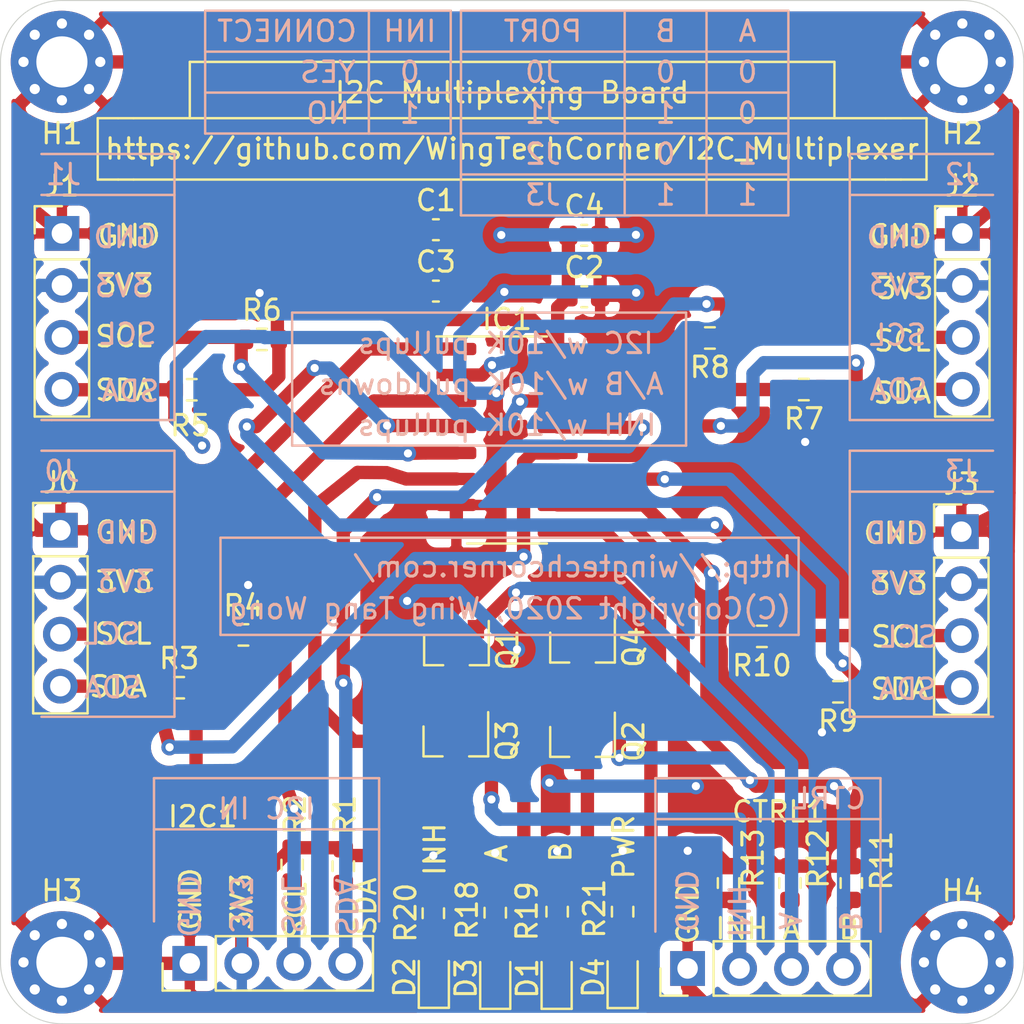
<source format=kicad_pcb>
(kicad_pcb (version 20171130) (host pcbnew "(5.1.7-0-10_14)")
  (layers (0 F.Cu signal) (31 B.Cu signal) (34 B.Paste user) (35 F.Paste user) (36 B.SilkS user) (37 F.SilkS user) (38 B.Mask user) (39 F.Mask user) (44 Edge.Cuts user))
  (net 0 "")
  (net 1 GND)
  (net 2 3V3)
  (net 3 P2-SDA)
  (net 4 P1-SDA)
  (net 5 SDA)
  (net 6 P0-SDA)
  (net 7 P3-SDA)
  (net 8 ADDR-A)
  (net 9 ADDR-B)
  (net 10 INH)
  (net 11 P1-SCL)
  (net 12 P3-SCL)
  (net 13 SCL)
  (net 14 P2-SCL)
  (net 15 P0-SCL)
  (net 16 "Net-(D1-Pad2)")
  (net 17 "Net-(D1-Pad1)")
  (net 18 "Net-(D2-Pad2)")
  (net 19 "Net-(D3-Pad2)")
  (net 20 "Net-(D4-Pad2)")
  (net 21 "Net-(D2-Pad1)")
  (net 22 "Net-(D3-Pad1)")
  (net 23 "Net-(D4-Pad1)")
  (module Resistor_SMD:R_0603_1608Metric (layer F.Cu) (at 5.4 19.525 270)
    (fp_text reference R21 (at -0.15 1.375 90) (layer F.SilkS))
    (fp_text value 470Ohms-±1%-1_10W-0603)
    (pad 2 smd roundrect (at 0.825 0 270) (size 0.8 0.95) (layers F.Cu F.Paste F.Mask) (net 20 "Net-(D4-Pad2)"))
    (pad 1 smd roundrect (at -0.825 0 270) (size 0.8 0.95) (layers F.Cu F.Paste F.Mask) (net 2 3V3))
  )
  (module Resistor_SMD:R_0603_1608Metric (layer F.Cu) (at -3.85 19.6 270)
    (fp_text reference R20 (at -0.025 1.35 90) (layer F.SilkS))
    (fp_text value 470Ohms-±1%-1_10W-0603)
    (pad 2 smd roundrect (at 0.825 0 270) (size 0.8 0.95) (layers F.Cu F.Paste F.Mask) (net 18 "Net-(D2-Pad2)"))
    (pad 1 smd roundrect (at -0.825 0 270) (size 0.8 0.95) (layers F.Cu F.Paste F.Mask) (net 2 3V3))
  )
  (module Resistor_SMD:R_0603_1608Metric (layer F.Cu) (at 2.2 19.525 270)
    (fp_text reference R19 (at -0.025 1.475 90) (layer F.SilkS))
    (fp_text value 470Ohms-±1%-1_10W-0603)
    (pad 2 smd roundrect (at 0.825 0 270) (size 0.8 0.95) (layers F.Cu F.Paste F.Mask) (net 16 "Net-(D1-Pad2)"))
    (pad 1 smd roundrect (at -0.825 0 270) (size 0.8 0.95) (layers F.Cu F.Paste F.Mask) (net 2 3V3))
  )
  (module Resistor_SMD:R_0603_1608Metric (layer F.Cu) (at -0.825 19.575 270)
    (fp_text reference R18 (at -0.125 1.375 90) (layer F.SilkS))
    (fp_text value 470Ohms-±1%-1_10W-0603)
    (pad 2 smd roundrect (at 0.825 0 270) (size 0.8 0.95) (layers F.Cu F.Paste F.Mask) (net 19 "Net-(D3-Pad2)"))
    (pad 1 smd roundrect (at -0.825 0 270) (size 0.8 0.95) (layers F.Cu F.Paste F.Mask) (net 2 3V3))
  )
  (module Package_TO_SOT_SMD:SOT-23 (layer F.Cu) (at 3.44 6.59 270)
    (fp_text reference Q4 (at 0 -2.5 90) (layer F.SilkS))
    (fp_text value AO3400A)
    (pad 3 smd rect (at 1 0 270) (size 0.9 0.8) (layers F.Cu F.Paste F.Mask) (net 23 "Net-(D4-Pad1)"))
    (pad 2 smd rect (at -1 0.95 270) (size 0.9 0.8) (layers F.Cu F.Paste F.Mask) (net 1 GND))
    (pad 1 smd rect (at -1 -0.95 270) (size 0.9 0.8) (layers F.Cu F.Paste F.Mask) (net 1 GND))
  )
  (module Package_TO_SOT_SMD:SOT-23 (layer F.Cu) (at -2.75 11.175 270)
    (fp_text reference Q3 (at 0 -2.5 90) (layer F.SilkS))
    (fp_text value AO3400A)
    (pad 3 smd rect (at 1 0 270) (size 0.9 0.8) (layers F.Cu F.Paste F.Mask) (net 21 "Net-(D2-Pad1)"))
    (pad 2 smd rect (at -1 0.95 270) (size 0.9 0.8) (layers F.Cu F.Paste F.Mask) (net 1 GND))
    (pad 1 smd rect (at -1 -0.95 270) (size 0.9 0.8) (layers F.Cu F.Paste F.Mask) (net 10 INH))
  )
  (module Package_TO_SOT_SMD:SOT-23 (layer F.Cu) (at 3.44 11.2 270)
    (fp_text reference Q2 (at 0 -2.5 90) (layer F.SilkS))
    (fp_text value AO3400A)
    (pad 3 smd rect (at 1 0 270) (size 0.9 0.8) (layers F.Cu F.Paste F.Mask) (net 17 "Net-(D1-Pad1)"))
    (pad 2 smd rect (at -1 0.95 270) (size 0.9 0.8) (layers F.Cu F.Paste F.Mask) (net 1 GND))
    (pad 1 smd rect (at -1 -0.95 270) (size 0.9 0.8) (layers F.Cu F.Paste F.Mask) (net 9 ADDR-B))
  )
  (module Package_TO_SOT_SMD:SOT-23 (layer F.Cu) (at -2.72 6.72 270)
    (fp_text reference Q1 (at 0 -2.5 90) (layer F.SilkS))
    (fp_text value AO3400A)
    (pad 3 smd rect (at 1 0 270) (size 0.9 0.8) (layers F.Cu F.Paste F.Mask) (net 22 "Net-(D3-Pad1)"))
    (pad 2 smd rect (at -1 0.95 270) (size 0.9 0.8) (layers F.Cu F.Paste F.Mask) (net 1 GND))
    (pad 1 smd rect (at -1 -0.95 270) (size 0.9 0.8) (layers F.Cu F.Paste F.Mask) (net 8 ADDR-A))
  )
  (module Diode_SMD:D_0603_1608Metric (layer F.Cu) (at 5.4 22.75 90)
    (fp_text reference D4 (at 0 -1.43 90) (layer F.SilkS))
    (fp_text value BLUE_LED)
    (pad 2 smd roundrect (at 0.7875 0 90) (size 0.875 0.95) (layers F.Cu F.Paste F.Mask) (net 20 "Net-(D4-Pad2)"))
    (pad 1 smd roundrect (at -0.7875 0 90) (size 0.875 0.95) (layers F.Cu F.Paste F.Mask) (net 23 "Net-(D4-Pad1)"))
  )
  (module Diode_SMD:D_0603_1608Metric (layer F.Cu) (at -0.825 22.7875 90)
    (fp_text reference D3 (at 0 -1.43 90) (layer F.SilkS))
    (fp_text value BLUE_LED)
    (pad 2 smd roundrect (at 0.7875 0 90) (size 0.875 0.95) (layers F.Cu F.Paste F.Mask) (net 19 "Net-(D3-Pad2)"))
    (pad 1 smd roundrect (at -0.7875 0 90) (size 0.875 0.95) (layers F.Cu F.Paste F.Mask) (net 22 "Net-(D3-Pad1)"))
  )
  (module Diode_SMD:D_0603_1608Metric (layer F.Cu) (at -3.825 22.7375 90)
    (fp_text reference D2 (at 0 -1.43 90) (layer F.SilkS))
    (fp_text value BLUE_LED)
    (pad 2 smd roundrect (at 0.7875 0 90) (size 0.875 0.95) (layers F.Cu F.Paste F.Mask) (net 18 "Net-(D2-Pad2)"))
    (pad 1 smd roundrect (at -0.7875 0 90) (size 0.875 0.95) (layers F.Cu F.Paste F.Mask) (net 21 "Net-(D2-Pad1)"))
  )
  (module Diode_SMD:D_0603_1608Metric (layer F.Cu) (at 2.175 22.7875 90)
    (fp_text reference D1 (at 0 -1.43 90) (layer F.SilkS))
    (fp_text value BLUE_LED)
    (pad 2 smd roundrect (at 0.7875 0 90) (size 0.875 0.95) (layers F.Cu F.Paste F.Mask) (net 16 "Net-(D1-Pad2)"))
    (pad 1 smd roundrect (at -0.7875 0 90) (size 0.875 0.95) (layers F.Cu F.Paste F.Mask) (net 17 "Net-(D1-Pad1)"))
  )
  (module MountingHole:MountingHole_2.5mm_Pad_Via (layer F.Cu) (at 22 22)
    (fp_text reference H4 (at 0 -3.5) (layer F.SilkS))
    (fp_text value MountingHole_Pad)
    (pad 1 thru_hole circle (at 1.325825 -1.325825) (size 0.8 0.8) (drill 0.5) (layers *.Cu *.Mask) (net 1 GND))
    (pad 1 thru_hole circle (at 0 -1.875) (size 0.8 0.8) (drill 0.5) (layers *.Cu *.Mask) (net 1 GND))
    (pad 1 thru_hole circle (at -1.325825 -1.325825) (size 0.8 0.8) (drill 0.5) (layers *.Cu *.Mask) (net 1 GND))
    (pad 1 thru_hole circle (at -1.875 0) (size 0.8 0.8) (drill 0.5) (layers *.Cu *.Mask) (net 1 GND))
    (pad 1 thru_hole circle (at -1.325825 1.325825) (size 0.8 0.8) (drill 0.5) (layers *.Cu *.Mask) (net 1 GND))
    (pad 1 thru_hole circle (at 0 1.875) (size 0.8 0.8) (drill 0.5) (layers *.Cu *.Mask) (net 1 GND))
    (pad 1 thru_hole circle (at 1.325825 1.325825) (size 0.8 0.8) (drill 0.5) (layers *.Cu *.Mask) (net 1 GND))
    (pad 1 thru_hole circle (at 1.875 0) (size 0.8 0.8) (drill 0.5) (layers *.Cu *.Mask) (net 1 GND))
    (pad 1 thru_hole circle (at 0 0) (size 5 5) (drill 2.5) (layers *.Cu *.Mask) (net 1 GND))
  )
  (module MountingHole:MountingHole_2.5mm_Pad_Via (layer F.Cu) (at -22 22)
    (fp_text reference H3 (at 0 -3.5) (layer F.SilkS))
    (fp_text value MountingHole_Pad)
    (pad 1 thru_hole circle (at 1.325825 -1.325825) (size 0.8 0.8) (drill 0.5) (layers *.Cu *.Mask) (net 1 GND))
    (pad 1 thru_hole circle (at 0 -1.875) (size 0.8 0.8) (drill 0.5) (layers *.Cu *.Mask) (net 1 GND))
    (pad 1 thru_hole circle (at -1.325825 -1.325825) (size 0.8 0.8) (drill 0.5) (layers *.Cu *.Mask) (net 1 GND))
    (pad 1 thru_hole circle (at -1.875 0) (size 0.8 0.8) (drill 0.5) (layers *.Cu *.Mask) (net 1 GND))
    (pad 1 thru_hole circle (at -1.325825 1.325825) (size 0.8 0.8) (drill 0.5) (layers *.Cu *.Mask) (net 1 GND))
    (pad 1 thru_hole circle (at 0 1.875) (size 0.8 0.8) (drill 0.5) (layers *.Cu *.Mask) (net 1 GND))
    (pad 1 thru_hole circle (at 1.325825 1.325825) (size 0.8 0.8) (drill 0.5) (layers *.Cu *.Mask) (net 1 GND))
    (pad 1 thru_hole circle (at 1.875 0) (size 0.8 0.8) (drill 0.5) (layers *.Cu *.Mask) (net 1 GND))
    (pad 1 thru_hole circle (at 0 0) (size 5 5) (drill 2.5) (layers *.Cu *.Mask) (net 1 GND))
  )
  (module Resistor_SMD:R_0603_1608Metric (layer F.Cu) (at 10.575 18.125 90)
    (fp_text reference R13 (at 1.215 1.195 90) (layer F.SilkS))
    (fp_text value 10KOhms-±1%-1_10W-0603)
    (pad 2 smd roundrect (at 0.825 0 90) (size 0.8 0.95) (layers F.Cu F.Paste F.Mask) (net 2 3V3))
    (pad 1 smd roundrect (at -0.825 0 90) (size 0.8 0.95) (layers F.Cu F.Paste F.Mask) (net 10 INH))
  )
  (module Resistor_SMD:R_0603_1608Metric (layer F.Cu) (at 13.575 18.125 90)
    (fp_text reference R12 (at 1.185 1.375 90) (layer F.SilkS))
    (fp_text value 10KOhms-±1%-1_10W-0603)
    (pad 2 smd roundrect (at 0.825 0 90) (size 0.8 0.95) (layers F.Cu F.Paste F.Mask) (net 1 GND))
    (pad 1 smd roundrect (at -0.825 0 90) (size 0.8 0.95) (layers F.Cu F.Paste F.Mask) (net 8 ADDR-A))
  )
  (module Resistor_SMD:R_0603_1608Metric (layer F.Cu) (at 16.575 18.125 90)
    (fp_text reference R11 (at 1.095 1.475 90) (layer F.SilkS))
    (fp_text value 10KOhms-±1%-1_10W-0603)
    (pad 2 smd roundrect (at 0.825 0 90) (size 0.8 0.95) (layers F.Cu F.Paste F.Mask) (net 1 GND))
    (pad 1 smd roundrect (at -0.825 0 90) (size 0.8 0.95) (layers F.Cu F.Paste F.Mask) (net 9 ADDR-B))
  )
  (module Resistor_SMD:R_0603_1608Metric (layer F.Cu) (at 12.205 6.07 180)
    (fp_text reference R10 (at 0 -1.43) (layer F.SilkS))
    (fp_text value 10KOhms-±1%-1_10W-0603)
    (pad 2 smd roundrect (at 0.825 0 180) (size 0.8 0.95) (layers F.Cu F.Paste F.Mask) (net 2 3V3))
    (pad 1 smd roundrect (at -0.825 0 180) (size 0.8 0.95) (layers F.Cu F.Paste F.Mask) (net 12 P3-SCL))
  )
  (module Resistor_SMD:R_0603_1608Metric (layer F.Cu) (at 15.925 8.78 180)
    (fp_text reference R9 (at 0 -1.43) (layer F.SilkS))
    (fp_text value 10KOhms-±1%-1_10W-0603)
    (pad 2 smd roundrect (at 0.825 0 180) (size 0.8 0.95) (layers F.Cu F.Paste F.Mask) (net 2 3V3))
    (pad 1 smd roundrect (at -0.825 0 180) (size 0.8 0.95) (layers F.Cu F.Paste F.Mask) (net 7 P3-SDA))
  )
  (module Resistor_SMD:R_0603_1608Metric (layer F.Cu) (at 9.665 -8.51 180)
    (fp_text reference R8 (at 0 -1.43) (layer F.SilkS))
    (fp_text value 10KOhms-±1%-1_10W-0603)
    (pad 2 smd roundrect (at 0.825 0 180) (size 0.8 0.95) (layers F.Cu F.Paste F.Mask) (net 2 3V3))
    (pad 1 smd roundrect (at -0.825 0 180) (size 0.8 0.95) (layers F.Cu F.Paste F.Mask) (net 14 P2-SCL))
  )
  (module Resistor_SMD:R_0603_1608Metric (layer F.Cu) (at 14.255 -5.99 180)
    (fp_text reference R7 (at 0 -1.43) (layer F.SilkS))
    (fp_text value 10KOhms-±1%-1_10W-0603)
    (pad 2 smd roundrect (at 0.825 0 180) (size 0.8 0.95) (layers F.Cu F.Paste F.Mask) (net 2 3V3))
    (pad 1 smd roundrect (at -0.825 0 180) (size 0.8 0.95) (layers F.Cu F.Paste F.Mask) (net 3 P2-SDA))
  )
  (module Resistor_SMD:R_0603_1608Metric (layer F.Cu) (at -12.225 -8.44)
    (fp_text reference R6 (at 0 -1.43) (layer F.SilkS))
    (fp_text value 10KOhms-±1%-1_10W-0603)
    (pad 2 smd roundrect (at 0.825 0) (size 0.8 0.95) (layers F.Cu F.Paste F.Mask) (net 2 3V3))
    (pad 1 smd roundrect (at -0.825 0) (size 0.8 0.95) (layers F.Cu F.Paste F.Mask) (net 11 P1-SCL))
  )
  (module Resistor_SMD:R_0603_1608Metric (layer F.Cu) (at -15.655 -5.98)
    (fp_text reference R5 (at -0.075 1.75) (layer F.SilkS))
    (fp_text value 10KOhms-±1%-1_10W-0603)
    (pad 2 smd roundrect (at 0.825 0) (size 0.8 0.95) (layers F.Cu F.Paste F.Mask) (net 2 3V3))
    (pad 1 smd roundrect (at -0.825 0) (size 0.8 0.95) (layers F.Cu F.Paste F.Mask) (net 4 P1-SDA))
  )
  (module Resistor_SMD:R_0603_1608Metric (layer F.Cu) (at -13.13 6)
    (fp_text reference R4 (at 0 -1.43) (layer F.SilkS))
    (fp_text value 10KOhms-±1%-1_10W-0603)
    (pad 2 smd roundrect (at 0.825 0) (size 0.8 0.95) (layers F.Cu F.Paste F.Mask) (net 2 3V3))
    (pad 1 smd roundrect (at -0.825 0) (size 0.8 0.95) (layers F.Cu F.Paste F.Mask) (net 15 P0-SCL))
  )
  (module Resistor_SMD:R_0603_1608Metric (layer F.Cu) (at -16.27 8.58)
    (fp_text reference R3 (at 0 -1.43) (layer F.SilkS))
    (fp_text value 10KOhms-±1%-1_10W-0603)
    (pad 2 smd roundrect (at 0.825 0) (size 0.8 0.95) (layers F.Cu F.Paste F.Mask) (net 2 3V3))
    (pad 1 smd roundrect (at -0.825 0) (size 0.8 0.95) (layers F.Cu F.Paste F.Mask) (net 6 P0-SDA))
  )
  (module Resistor_SMD:R_0603_1608Metric (layer F.Cu) (at -10.75 17.225 90)
    (fp_text reference R2 (at 2.435 0.15 90) (layer F.SilkS))
    (fp_text value 10KOhms-±1%-1_10W-0603)
    (pad 2 smd roundrect (at 0.825 0 90) (size 0.8 0.95) (layers F.Cu F.Paste F.Mask) (net 2 3V3))
    (pad 1 smd roundrect (at -0.825 0 90) (size 0.8 0.95) (layers F.Cu F.Paste F.Mask) (net 13 SCL))
  )
  (module Resistor_SMD:R_0603_1608Metric (layer F.Cu) (at -8.25 17.3 90)
    (fp_text reference R1 (at 2.51 0.08 90) (layer F.SilkS))
    (fp_text value 10KOhms-±1%-1_10W-0603)
    (pad 2 smd roundrect (at 0.825 0 90) (size 0.8 0.95) (layers F.Cu F.Paste F.Mask) (net 2 3V3))
    (pad 1 smd roundrect (at -0.825 0 90) (size 0.8 0.95) (layers F.Cu F.Paste F.Mask) (net 5 SDA))
  )
  (module Connector_PinHeader_2.54mm:PinHeader_1x04_P2.54mm_Vertical (layer F.Cu) (at 21.95 0.955)
    (fp_text reference J3 (at 0 -2.33) (layer F.SilkS))
    (fp_text value Conn_01x04)
    (pad 4 thru_hole oval (at 0 7.62) (size 1.7 1.7) (drill 1) (layers *.Cu *.Mask) (net 7 P3-SDA))
    (pad 3 thru_hole oval (at 0 5.08) (size 1.7 1.7) (drill 1) (layers *.Cu *.Mask) (net 12 P3-SCL))
    (pad 2 thru_hole oval (at 0 2.54) (size 1.7 1.7) (drill 1) (layers *.Cu *.Mask) (net 2 3V3))
    (pad 1 thru_hole rect (at 0 0) (size 1.7 1.7) (drill 1) (layers *.Cu *.Mask) (net 1 GND))
  )
  (module Connector_PinHeader_2.54mm:PinHeader_1x04_P2.54mm_Vertical (layer F.Cu) (at 22 -13.62)
    (fp_text reference J2 (at 0 -2.33) (layer F.SilkS))
    (fp_text value Conn_01x04)
    (pad 4 thru_hole oval (at 0 7.62) (size 1.7 1.7) (drill 1) (layers *.Cu *.Mask) (net 3 P2-SDA))
    (pad 3 thru_hole oval (at 0 5.08) (size 1.7 1.7) (drill 1) (layers *.Cu *.Mask) (net 14 P2-SCL))
    (pad 2 thru_hole oval (at 0 2.54) (size 1.7 1.7) (drill 1) (layers *.Cu *.Mask) (net 2 3V3))
    (pad 1 thru_hole rect (at 0 0) (size 1.7 1.7) (drill 1) (layers *.Cu *.Mask) (net 1 GND))
  )
  (module Connector_PinHeader_2.54mm:PinHeader_1x04_P2.54mm_Vertical (layer F.Cu) (at -22 -13.62)
    (fp_text reference J1 (at 0 -2.33) (layer F.SilkS))
    (fp_text value Conn_01x04)
    (pad 4 thru_hole oval (at 0 7.62) (size 1.7 1.7) (drill 1) (layers *.Cu *.Mask) (net 4 P1-SDA))
    (pad 3 thru_hole oval (at 0 5.08) (size 1.7 1.7) (drill 1) (layers *.Cu *.Mask) (net 11 P1-SCL))
    (pad 2 thru_hole oval (at 0 2.54) (size 1.7 1.7) (drill 1) (layers *.Cu *.Mask) (net 2 3V3))
    (pad 1 thru_hole rect (at 0 0) (size 1.7 1.7) (drill 1) (layers *.Cu *.Mask) (net 1 GND))
  )
  (module Connector_PinHeader_2.54mm:PinHeader_1x04_P2.54mm_Vertical (layer F.Cu) (at -22.075 0.885)
    (fp_text reference J0 (at 0 -2.33) (layer F.SilkS))
    (fp_text value Conn_01x04)
    (pad 4 thru_hole oval (at 0 7.62) (size 1.7 1.7) (drill 1) (layers *.Cu *.Mask) (net 6 P0-SDA))
    (pad 3 thru_hole oval (at 0 5.08) (size 1.7 1.7) (drill 1) (layers *.Cu *.Mask) (net 15 P0-SCL))
    (pad 2 thru_hole oval (at 0 2.54) (size 1.7 1.7) (drill 1) (layers *.Cu *.Mask) (net 2 3V3))
    (pad 1 thru_hole rect (at 0 0) (size 1.7 1.7) (drill 1) (layers *.Cu *.Mask) (net 1 GND))
  )
  (module Package_SO:SOIC-16_3.9x9.9mm_P1.27mm (layer F.Cu) (at -0.25 -3.525)
    (fp_text reference IC1 (at 0 -5.9) (layer F.SilkS))
    (fp_text value CD4052B)
    (pad 16 smd roundrect (at 2.475 -4.445) (size 1.95 0.6) (layers F.Cu F.Paste F.Mask) (net 2 3V3))
    (pad 15 smd roundrect (at 2.475 -3.175) (size 1.95 0.6) (layers F.Cu F.Paste F.Mask) (net 3 P2-SDA))
    (pad 14 smd roundrect (at 2.475 -1.905) (size 1.95 0.6) (layers F.Cu F.Paste F.Mask) (net 4 P1-SDA))
    (pad 13 smd roundrect (at 2.475 -0.635) (size 1.95 0.6) (layers F.Cu F.Paste F.Mask) (net 5 SDA))
    (pad 12 smd roundrect (at 2.475 0.635) (size 1.95 0.6) (layers F.Cu F.Paste F.Mask) (net 6 P0-SDA))
    (pad 11 smd roundrect (at 2.475 1.905) (size 1.95 0.6) (layers F.Cu F.Paste F.Mask) (net 7 P3-SDA))
    (pad 10 smd roundrect (at 2.475 3.175) (size 1.95 0.6) (layers F.Cu F.Paste F.Mask) (net 8 ADDR-A))
    (pad 9 smd roundrect (at 2.475 4.445) (size 1.95 0.6) (layers F.Cu F.Paste F.Mask) (net 9 ADDR-B))
    (pad 8 smd roundrect (at -2.475 4.445) (size 1.95 0.6) (layers F.Cu F.Paste F.Mask) (net 1 GND))
    (pad 7 smd roundrect (at -2.475 3.175) (size 1.95 0.6) (layers F.Cu F.Paste F.Mask) (net 1 GND))
    (pad 6 smd roundrect (at -2.475 1.905) (size 1.95 0.6) (layers F.Cu F.Paste F.Mask) (net 10 INH))
    (pad 5 smd roundrect (at -2.475 0.635) (size 1.95 0.6) (layers F.Cu F.Paste F.Mask) (net 11 P1-SCL))
    (pad 4 smd roundrect (at -2.475 -0.635) (size 1.95 0.6) (layers F.Cu F.Paste F.Mask) (net 12 P3-SCL))
    (pad 3 smd roundrect (at -2.475 -1.905) (size 1.95 0.6) (layers F.Cu F.Paste F.Mask) (net 13 SCL))
    (pad 2 smd roundrect (at -2.475 -3.175) (size 1.95 0.6) (layers F.Cu F.Paste F.Mask) (net 14 P2-SCL))
    (pad 1 smd roundrect (at -2.475 -4.445) (size 1.95 0.6) (layers F.Cu F.Paste F.Mask) (net 15 P0-SCL))
  )
  (module Connector_PinHeader_2.54mm:PinHeader_1x04_P2.54mm_Vertical (layer F.Cu) (at -15.75 22.05 90)
    (fp_text reference I2C1 (at 7.17 0.63) (layer F.SilkS))
    (fp_text value Conn_01x04)
    (pad 4 thru_hole oval (at 0 7.62 90) (size 1.7 1.7) (drill 1) (layers *.Cu *.Mask) (net 5 SDA))
    (pad 3 thru_hole oval (at 0 5.08 90) (size 1.7 1.7) (drill 1) (layers *.Cu *.Mask) (net 13 SCL))
    (pad 2 thru_hole oval (at 0 2.54 90) (size 1.7 1.7) (drill 1) (layers *.Cu *.Mask) (net 2 3V3))
    (pad 1 thru_hole rect (at 0 0 90) (size 1.7 1.7) (drill 1) (layers *.Cu *.Mask) (net 1 GND))
  )
  (module MountingHole:MountingHole_2.5mm_Pad_Via (layer F.Cu) (at 22 -22 180)
    (fp_text reference H2 (at 0 -3.5) (layer F.SilkS))
    (fp_text value MountingHole_Pad)
    (pad 1 thru_hole circle (at 1.325825 -1.325825 180) (size 0.8 0.8) (drill 0.5) (layers *.Cu *.Mask) (net 1 GND))
    (pad 1 thru_hole circle (at 0 -1.875 180) (size 0.8 0.8) (drill 0.5) (layers *.Cu *.Mask) (net 1 GND))
    (pad 1 thru_hole circle (at -1.325825 -1.325825 180) (size 0.8 0.8) (drill 0.5) (layers *.Cu *.Mask) (net 1 GND))
    (pad 1 thru_hole circle (at -1.875 0 180) (size 0.8 0.8) (drill 0.5) (layers *.Cu *.Mask) (net 1 GND))
    (pad 1 thru_hole circle (at -1.325825 1.325825 180) (size 0.8 0.8) (drill 0.5) (layers *.Cu *.Mask) (net 1 GND))
    (pad 1 thru_hole circle (at 0 1.875 180) (size 0.8 0.8) (drill 0.5) (layers *.Cu *.Mask) (net 1 GND))
    (pad 1 thru_hole circle (at 1.325825 1.325825 180) (size 0.8 0.8) (drill 0.5) (layers *.Cu *.Mask) (net 1 GND))
    (pad 1 thru_hole circle (at 1.875 0 180) (size 0.8 0.8) (drill 0.5) (layers *.Cu *.Mask) (net 1 GND))
    (pad 1 thru_hole circle (at 0 0 180) (size 5 5) (drill 2.5) (layers *.Cu *.Mask) (net 1 GND))
  )
  (module MountingHole:MountingHole_2.5mm_Pad_Via (layer F.Cu) (at -22 -22 180)
    (fp_text reference H1 (at 0 -3.5) (layer F.SilkS))
    (fp_text value MountingHole_Pad)
    (pad 1 thru_hole circle (at 1.325825 -1.325825 180) (size 0.8 0.8) (drill 0.5) (layers *.Cu *.Mask) (net 1 GND))
    (pad 1 thru_hole circle (at 0 -1.875 180) (size 0.8 0.8) (drill 0.5) (layers *.Cu *.Mask) (net 1 GND))
    (pad 1 thru_hole circle (at -1.325825 -1.325825 180) (size 0.8 0.8) (drill 0.5) (layers *.Cu *.Mask) (net 1 GND))
    (pad 1 thru_hole circle (at -1.875 0 180) (size 0.8 0.8) (drill 0.5) (layers *.Cu *.Mask) (net 1 GND))
    (pad 1 thru_hole circle (at -1.325825 1.325825 180) (size 0.8 0.8) (drill 0.5) (layers *.Cu *.Mask) (net 1 GND))
    (pad 1 thru_hole circle (at 0 1.875 180) (size 0.8 0.8) (drill 0.5) (layers *.Cu *.Mask) (net 1 GND))
    (pad 1 thru_hole circle (at 1.325825 1.325825 180) (size 0.8 0.8) (drill 0.5) (layers *.Cu *.Mask) (net 1 GND))
    (pad 1 thru_hole circle (at 1.875 0 180) (size 0.8 0.8) (drill 0.5) (layers *.Cu *.Mask) (net 1 GND))
    (pad 1 thru_hole circle (at 0 0 180) (size 5 5) (drill 2.5) (layers *.Cu *.Mask) (net 1 GND))
  )
  (module Connector_PinHeader_2.54mm:PinHeader_1x04_P2.54mm_Vertical (layer F.Cu) (at 8.575 22.3 90)
    (fp_text reference CTRL1 (at 7.66 4.435 180) (layer F.SilkS))
    (fp_text value Conn_01x04)
    (pad 4 thru_hole oval (at 0 7.62 90) (size 1.7 1.7) (drill 1) (layers *.Cu *.Mask) (net 9 ADDR-B))
    (pad 3 thru_hole oval (at 0 5.08 90) (size 1.7 1.7) (drill 1) (layers *.Cu *.Mask) (net 8 ADDR-A))
    (pad 2 thru_hole oval (at 0 2.54 90) (size 1.7 1.7) (drill 1) (layers *.Cu *.Mask) (net 10 INH))
    (pad 1 thru_hole rect (at 0 0 90) (size 1.7 1.7) (drill 1) (layers *.Cu *.Mask) (net 1 GND))
  )
  (module Capacitor_SMD:C_0603_1608Metric (layer F.Cu) (at 3.525 -13.525)
    (fp_text reference C4 (at 0 -1.43) (layer F.SilkS))
    (fp_text value 10nF-50V-0603)
    (pad 2 smd roundrect (at 0.775 0) (size 0.9 0.95) (layers F.Cu F.Paste F.Mask) (net 1 GND))
    (pad 1 smd roundrect (at -0.775 0) (size 0.9 0.95) (layers F.Cu F.Paste F.Mask) (net 2 3V3))
  )
  (module Capacitor_SMD:C_0603_1608Metric (layer F.Cu) (at -3.725 -10.8)
    (fp_text reference C3 (at 0 -1.43) (layer F.SilkS))
    (fp_text value 4.7nF-50V-0603)
    (pad 2 smd roundrect (at 0.775 0) (size 0.9 0.95) (layers F.Cu F.Paste F.Mask) (net 1 GND))
    (pad 1 smd roundrect (at -0.775 0) (size 0.9 0.95) (layers F.Cu F.Paste F.Mask) (net 2 3V3))
  )
  (module Capacitor_SMD:C_0603_1608Metric (layer F.Cu) (at 3.525 -10.525)
    (fp_text reference C2 (at 0 -1.43) (layer F.SilkS))
    (fp_text value 10nF-50V-0603)
    (pad 2 smd roundrect (at 0.775 0) (size 0.9 0.95) (layers F.Cu F.Paste F.Mask) (net 1 GND))
    (pad 1 smd roundrect (at -0.775 0) (size 0.9 0.95) (layers F.Cu F.Paste F.Mask) (net 2 3V3))
  )
  (module Capacitor_SMD:C_0603_1608Metric (layer F.Cu) (at -3.725 -13.8)
    (fp_text reference C1 (at 0 -1.43) (layer F.SilkS))
    (fp_text value 4.7nF-50V-0603)
    (pad 2 smd roundrect (at 0.775 0) (size 0.9 0.95) (layers F.Cu F.Paste F.Mask) (net 1 GND))
    (pad 1 smd roundrect (at -0.775 0) (size 0.9 0.95) (layers F.Cu F.Paste F.Mask) (net 2 3V3))
  )
  (gr_line (start -15.75 -22) (end -15.75 -19.25) (layer F.SilkS) (width 0.12))
  (gr_line (start 15.75 -22) (end 15.75 -19.25) (layer F.SilkS) (width 0.12))
  (gr_line (start 20.25 -19.25) (end 19 -19.25) (layer F.SilkS) (width 0.12))
  (gr_line (start 20.25 -16.25) (end 20.25 -19.25) (layer F.SilkS) (width 0.12))
  (gr_line (start 19 -16.25) (end 20.25 -16.25) (layer F.SilkS) (width 0.12))
  (gr_line (start -20.25 -19.25) (end -19.25 -19.25) (layer F.SilkS) (width 0.12))
  (gr_line (start -20.25 -16.25) (end -20.25 -19.25) (layer F.SilkS) (width 0.12))
  (gr_line (start -19.25 -16.25) (end -20.25 -16.25) (layer F.SilkS) (width 0.12))
  (gr_line (start -14.25 1.25) (end -14.25 6) (layer B.SilkS) (width 0.12))
  (gr_line (start 14 1.25) (end 14 6) (layer B.SilkS) (width 0.12))
  (gr_line (start 14 1.25) (end -14.25 1.25) (layer B.SilkS) (width 0.12))
  (gr_line (start -10.75 -9.75) (end 8.5 -9.75) (layer B.SilkS) (width 0.12))
  (gr_line (start -10.75 -3.25) (end -10.75 -9.75) (layer B.SilkS) (width 0.12))
  (gr_line (start 8.5 -3.25) (end -10.75 -3.25) (layer B.SilkS) (width 0.12))
  (gr_line (start 8.5 -9.75) (end 8.5 -3.25) (layer B.SilkS) (width 0.12))
  (gr_line (start 14 6) (end -14.25 6) (layer B.SilkS) (width 0.12))
  (gr_line (start -19.25 -16.25) (end -18.5 -16.25) (layer F.SilkS) (width 0.12))
  (gr_line (start -19.25 -19.25) (end -18.5 -19.25) (layer F.SilkS) (width 0.12))
  (gr_line (start 19 -19.25) (end 18.25 -19.25) (layer F.SilkS) (width 0.12))
  (gr_line (start 19 -16.25) (end 18.25 -16.25) (layer F.SilkS) (width 0.12))
  (gr_line (start 18.25 -19.25) (end -18.5 -19.25) (layer F.SilkS) (width 0.12))
  (gr_text https://github.com/WingTechCorner/I2C_Multiplexer (at 0 -17.75) (layer F.SilkS) (effects (font (size 1 1))))
  (gr_text "I2C Multiplexing Board" (at 0 -20.5) (layer F.SilkS) (effects (font (size 1 1))))
  (gr_line (start -15.75 -22) (end 15.75 -22) (layer F.SilkS) (width 0.12))
  (gr_line (start 18.25 -16.25) (end -18.5 -16.25) (layer F.SilkS) (width 0.12))
  (gr_text "INH w/10K pullups" (at -0.25 -4.25) (layer B.SilkS) (effects (font (size 1 1)) (justify mirror)))
  (gr_text "A/B w/10K pulldowns" (at 7.5 -6.25) (layer B.SilkS) (effects (font (size 1 1)) (justify left mirror)))
  (gr_text "I2C w/10K pullups" (at 7 -8.25) (layer B.SilkS) (effects (font (size 1 1)) (justify left mirror)))
  (gr_line (start -22.5 10) (end -23 10) (layer B.SilkS) (width 0.12))
  (gr_line (start -22.5 -1) (end -23 -1) (layer B.SilkS) (width 0.12))
  (gr_line (start -22.5 -3) (end -23 -3) (layer B.SilkS) (width 0.12))
  (gr_line (start -22.5 -4.5) (end -23 -4.5) (layer B.SilkS) (width 0.12))
  (gr_line (start -16.5 -1) (end -22.5 -1) (layer B.SilkS) (width 0.12))
  (gr_line (start -22.5 10) (end -16.5 10) (layer B.SilkS) (width 0.12))
  (gr_line (start -16.5 -3) (end -16.5 10) (layer B.SilkS) (width 0.12))
  (gr_line (start -22.5 -3) (end -16.5 -3) (layer B.SilkS) (width 0.12))
  (gr_line (start -16.5 -15.5) (end -23 -15.5) (layer B.SilkS) (width 0.12))
  (gr_line (start -16.5 -4.5) (end -22.5 -4.5) (layer B.SilkS) (width 0.12))
  (gr_line (start -16.5 -17.5) (end -16.5 -4.5) (layer B.SilkS) (width 0.12))
  (gr_line (start -23 -17.5) (end -16.5 -17.5) (layer B.SilkS) (width 0.12))
  (gr_line (start 23.5 -15.5) (end 16.5 -15.5) (layer B.SilkS) (width 0.12))
  (gr_line (start 16.5 -17.5) (end 23.5 -17.5) (layer B.SilkS) (width 0.12))
  (gr_line (start 16.5 -4.5) (end 16.5 -17.5) (layer B.SilkS) (width 0.12))
  (gr_line (start 23.5 -4.5) (end 16.5 -4.5) (layer B.SilkS) (width 0.12))
  (gr_line (start 16.5 -1) (end 23.5 -1) (layer B.SilkS) (width 0.12))
  (gr_line (start 16.5 10) (end 23.5 10) (layer B.SilkS) (width 0.12))
  (gr_line (start 16.5 -3) (end 16.5 10) (layer B.SilkS) (width 0.12))
  (gr_line (start 23.5 -3) (end 16.5 -3) (layer B.SilkS) (width 0.12))
  (gr_line (start -6.5 15.5) (end -17.5 15.5) (layer B.SilkS) (width 0.12))
  (gr_line (start -17.5 13) (end -17.5 20) (layer B.SilkS) (width 0.12))
  (gr_line (start -6.5 13) (end -17.5 13) (layer B.SilkS) (width 0.12))
  (gr_line (start -6.5 20) (end -6.5 13) (layer B.SilkS) (width 0.12))
  (gr_line (start 18 15) (end 7 15) (layer B.SilkS) (width 0.12))
  (gr_line (start 7 13) (end 7 20.5) (layer B.SilkS) (width 0.12))
  (gr_line (start 18 13) (end 7 13) (layer B.SilkS) (width 0.12))
  (gr_line (start 18 13) (end 18 20.5) (layer B.SilkS) (width 0.12))
  (gr_line (start -3 -18.5) (end -15 -18.5) (layer B.SilkS) (width 0.12))
  (gr_line (start -3 -24.5) (end -3 -18.5) (layer B.SilkS) (width 0.12))
  (gr_line (start -3 -22.5) (end -15 -22.5) (layer B.SilkS) (width 0.12))
  (gr_line (start -7 -24.5) (end -7 -18.5) (layer B.SilkS) (width 0.12))
  (gr_line (start -3 -20.5) (end -15 -20.5) (layer B.SilkS) (width 0.12))
  (gr_line (start -15 -24.5) (end -15 -18.5) (layer B.SilkS) (width 0.12))
  (gr_line (start -15 -24.5) (end -3 -24.5) (layer B.SilkS) (width 0.12))
  (gr_text 0 (at -5 -21.5) (layer B.SilkS) (effects (font (size 1 1)) (justify mirror)))
  (gr_text INH (at -5 -23.5) (layer B.SilkS) (effects (font (size 1 1)) (justify mirror)))
  (gr_text YES (at -9 -21.5) (layer B.SilkS) (effects (font (size 1 1)) (justify mirror)))
  (gr_text 1 (at -5 -19.5) (layer B.SilkS) (effects (font (size 1 1)) (justify mirror)))
  (gr_text CONNECT (at -11 -23.5) (layer B.SilkS) (effects (font (size 1 1)) (justify mirror)))
  (gr_text NO (at -9 -19.5) (layer B.SilkS) (effects (font (size 1 1)) (justify mirror)))
  (gr_text J3 (at 1.5 -15.5) (layer B.SilkS) (effects (font (size 1 1)) (justify mirror)))
  (gr_text J2 (at 1.5 -17.5) (layer B.SilkS) (effects (font (size 1 1)) (justify mirror)))
  (gr_text J1 (at 1.5 -19.5) (layer B.SilkS) (effects (font (size 1 1)) (justify mirror)))
  (gr_text J0 (at 1.5 -21.5) (layer B.SilkS) (effects (font (size 1 1)) (justify mirror)))
  (gr_text 1 (at 7.5 -15.5) (layer B.SilkS) (effects (font (size 1 1)) (justify mirror)))
  (gr_text 0 (at 7.5 -17.5) (layer B.SilkS) (effects (font (size 1 1)) (justify mirror)))
  (gr_text 1 (at 7.5 -19.5) (layer B.SilkS) (effects (font (size 1 1)) (justify mirror)))
  (gr_text 0 (at 7.5 -21.5) (layer B.SilkS) (effects (font (size 1 1)) (justify mirror)))
  (gr_text 1 (at 11.5 -15.5) (layer B.SilkS) (effects (font (size 1 1)) (justify mirror)))
  (gr_text 1 (at 11.5 -17.5) (layer B.SilkS) (effects (font (size 1 1)) (justify mirror)))
  (gr_text 0 (at 11.5 -19.5) (layer B.SilkS) (effects (font (size 1 1)) (justify mirror)))
  (gr_text 0 (at 11.5 -21.5) (layer B.SilkS) (effects (font (size 1 1)) (justify mirror)))
  (gr_text PORT (at 1.5 -23.5) (layer B.SilkS) (effects (font (size 1 1)) (justify mirror)))
  (gr_text B (at 7.5 -23.5) (layer B.SilkS) (effects (font (size 1 1)) (justify mirror)))
  (gr_text A (at 11.5 -23.5) (layer B.SilkS) (effects (font (size 1 1)) (justify mirror)))
  (gr_line (start 13.5 -16.5) (end -2.5 -16.5) (layer B.SilkS) (width 0.12))
  (gr_line (start 13.5 -18.5) (end -2.5 -18.5) (layer B.SilkS) (width 0.12))
  (gr_line (start 13.5 -20.5) (end -2.5 -20.5) (layer B.SilkS) (width 0.12))
  (gr_line (start 13.5 -22.5) (end -2.5 -22.5) (layer B.SilkS) (width 0.12))
  (gr_line (start 5.5 -24.5) (end 5.5 -14.5) (layer B.SilkS) (width 0.12))
  (gr_line (start 9.5 -24.5) (end 9.5 -14.5) (layer B.SilkS) (width 0.12))
  (gr_line (start 13.5 -24.5) (end 13.5 -14.5) (layer B.SilkS) (width 0.12))
  (gr_line (start -2.5 -24.5) (end 13.5 -24.5) (layer B.SilkS) (width 0.12))
  (gr_line (start -2.5 -14.5) (end -2.5 -24.5) (layer B.SilkS) (width 0.12))
  (gr_line (start 13.5 -14.5) (end -2.5 -14.5) (layer B.SilkS) (width 0.12))
  (gr_text http://wingtechcorner.com/ (at 2.96 2.67) (layer B.SilkS) (effects (font (size 1 1)) (justify mirror)))
  (gr_text "(C)Copyright 2020, Wing Tang Wong" (at -0.11 4.72) (layer B.SilkS) (effects (font (size 1 1)) (justify mirror)))
  (gr_text SDA (at 20.43 8.65) (layer F.SilkS) (effects (font (size 1 1)) (justify right)))
  (gr_text SCL (at 20.41 6.09) (layer F.SilkS) (effects (font (size 1 1)) (justify right)))
  (gr_text 3V3 (at 20.4 3.51) (layer F.SilkS) (effects (font (size 1 1)) (justify right)))
  (gr_text GND (at 20.33 1.03) (layer F.SilkS) (effects (font (size 1 1)) (justify right)))
  (gr_text SDA (at 20.57 -5.82) (layer F.SilkS) (effects (font (size 1 1)) (justify right)))
  (gr_text SCL (at 20.55 -8.37) (layer F.SilkS) (effects (font (size 1 1)) (justify right)))
  (gr_text 3V3 (at 20.68 -10.93) (layer F.SilkS) (effects (font (size 1 1)) (justify right)))
  (gr_text GND (at 20.6 -13.51) (layer F.SilkS) (effects (font (size 1 1)) (justify right)))
  (gr_text GND (at 8.59 21.21 90) (layer F.SilkS) (effects (font (size 1 1)) (justify left)))
  (gr_text INH (at 9.84 20.35) (layer F.SilkS) (effects (font (size 1 1)) (justify left)))
  (gr_text A (at 13.12 20.34) (layer F.SilkS) (effects (font (size 1 1)) (justify left)))
  (gr_text B (at 15.87 20.35) (layer F.SilkS) (effects (font (size 1 1)) (justify left)))
  (gr_text SCL (at -10.57 20.95 90) (layer F.SilkS) (effects (font (size 1 1)) (justify left)))
  (gr_text SDA (at -7.16 20.77 90) (layer F.SilkS) (effects (font (size 1 1)) (justify left)))
  (gr_text 3V3 (at -13.21 20.51 90) (layer F.SilkS) (effects (font (size 1 1)) (justify left)))
  (gr_text GND (at -15.71 20.53 90) (layer F.SilkS) (effects (font (size 1 1)) (justify left)))
  (gr_text SDA (at -20.75 8.53) (layer F.SilkS) (effects (font (size 1 1)) (justify left)))
  (gr_text SCL (at -20.48 5.95) (layer F.SilkS) (effects (font (size 1 1)) (justify left)))
  (gr_text 3V3 (at -20.44 3.42) (layer F.SilkS) (effects (font (size 1 1)) (justify left)))
  (gr_text GND (at -20.46 0.97) (layer F.SilkS) (effects (font (size 1 1)) (justify left)))
  (gr_text SDA (at -20.46 -5.96) (layer F.SilkS) (effects (font (size 1 1)) (justify left)))
  (gr_text SCL (at -20.46 -8.58) (layer F.SilkS) (effects (font (size 1 1)) (justify left)))
  (gr_text 3V3 (at -20.38 -11.11) (layer F.SilkS) (effects (font (size 1 1)) (justify left)))
  (gr_text GND (at -20.34 -13.52) (layer F.SilkS) (effects (font (size 1 1)) (justify left)))
  (gr_text PWR (at 5.45 16.36 90) (layer F.SilkS) (effects (font (size 1 1))))
  (gr_text A (at -0.75 16.675 90) (layer F.SilkS) (effects (font (size 1 1))))
  (gr_text "B\n" (at 2.375 16.6 90) (layer F.SilkS) (effects (font (size 1 1))))
  (gr_text INH (at -3.775 16.475 90) (layer F.SilkS) (effects (font (size 1 1))))
  (gr_text CTRL (at 15.5 14) (layer B.SilkS) (effects (font (size 1 1)) (justify mirror)))
  (gr_text "I2C IN" (at -12 14.5) (layer B.SilkS) (effects (font (size 1 1)) (justify mirror)))
  (gr_text J0 (at -22 -2) (layer B.SilkS) (effects (font (size 1 1)) (justify mirror)))
  (gr_text J1 (at -21.925 -16.5) (layer B.SilkS) (effects (font (size 1 1)) (justify mirror)))
  (gr_text J2 (at 22 -16.5) (layer B.SilkS) (effects (font (size 1 1)) (justify mirror)))
  (gr_text J3 (at 22 -2) (layer B.SilkS) (effects (font (size 1 1)) (justify mirror)))
  (gr_text B (at 16.5 20 270) (layer B.SilkS) (effects (font (size 1 1)) (justify mirror)))
  (gr_text A (at 13.55 20.5 270) (layer B.SilkS) (effects (font (size 1 1)) (justify left mirror)))
  (gr_text INH (at 11.05 19.5 270) (layer B.SilkS) (effects (font (size 1 1)) (justify mirror)))
  (gr_text GND (at 8.5 19 270) (layer B.SilkS) (effects (font (size 1 1)) (justify mirror)))
  (gr_text SDA (at -8.125 19.3 270) (layer B.SilkS) (effects (font (size 1 1)) (justify mirror)))
  (gr_text 3V3 (at -13.275 19.175 270) (layer B.SilkS) (effects (font (size 1 1)) (justify mirror)))
  (gr_text SCL (at -10.75 19.2 270) (layer B.SilkS) (effects (font (size 1 1)) (justify mirror)))
  (gr_text GND (at -15.825 19.25 270) (layer B.SilkS) (effects (font (size 1 1)) (justify mirror)))
  (gr_text SDA (at -19.5 8.575) (layer B.SilkS) (effects (font (size 1 1)) (justify mirror)))
  (gr_text 3V3 (at -18.85 3.375) (layer B.SilkS) (effects (font (size 1 1)) (justify mirror)))
  (gr_text SCL (at -19.55 5.95) (layer B.SilkS) (effects (font (size 1 1)) (justify mirror)))
  (gr_text GND (at -18.8 1.025) (layer B.SilkS) (effects (font (size 1 1)) (justify mirror)))
  (gr_text SDA (at 19.325 8.65) (layer B.SilkS) (effects (font (size 1 1)) (justify mirror)))
  (gr_text 3V3 (at 18.85 3.45) (layer B.SilkS) (effects (font (size 1 1)) (justify mirror)))
  (gr_text SCL (at 19.4 6.1) (layer B.SilkS) (effects (font (size 1 1)) (justify mirror)))
  (gr_text GND (at 18.8 1.025) (layer B.SilkS) (effects (font (size 1 1)) (justify mirror)))
  (gr_text SDA (at 18.875 -5.975) (layer B.SilkS) (effects (font (size 1 1)) (justify mirror)))
  (gr_text 3V3 (at 18.825 -11.1) (layer B.SilkS) (effects (font (size 1 1)) (justify mirror)))
  (gr_text SCL (at 18.85 -8.65) (layer B.SilkS) (effects (font (size 1 1)) (justify mirror)))
  (gr_text GND (at 18.85 -13.425) (layer B.SilkS) (effects (font (size 1 1)) (justify mirror)))
  (gr_text 3V3 (at -19 -11.025) (layer B.SilkS) (effects (font (size 1 1)) (justify mirror)))
  (gr_text GND (at -18.925 -13.425) (layer B.SilkS) (effects (font (size 1 1)) (justify mirror)))
  (gr_text SCL (at -18.76 -8.7) (layer B.SilkS) (effects (font (size 1 1)) (justify mirror)))
  (gr_text SDA (at -18.66 -5.91) (layer B.SilkS) (effects (font (size 1 1)) (justify mirror)))
  (gr_arc (start -22 22) (end -25 22) (angle -90) (layer Edge.Cuts) (width 0.05))
  (gr_arc (start 22 22) (end 22 25) (angle -90) (layer Edge.Cuts) (width 0.05))
  (gr_arc (start 22 -22) (end 25 -22) (angle -90) (layer Edge.Cuts) (width 0.05))
  (gr_arc (start -22 -22) (end -22 -25) (angle -90) (layer Edge.Cuts) (width 0.05))
  (gr_line (start -25 22) (end -25 -22) (layer Edge.Cuts) (width 0.05))
  (gr_line (start 22 25) (end -22 25) (layer Edge.Cuts) (width 0.05))
  (gr_line (start 25 -22) (end 25 22) (layer Edge.Cuts) (width 0.05))
  (gr_line (start -22 -25) (end 22 -25) (layer Edge.Cuts) (width 0.05))
  (segment (start 22 -22) (end -22 -22) (width 0.65) (layer F.Cu) (net 1))
  (segment (start -21.95 22.05) (end -22 22) (width 0.65) (layer F.Cu) (net 1))
  (segment (start -15.75 22.05) (end -21.95 22.05) (width 0.65) (layer F.Cu) (net 1))
  (segment (start 8.575 22.3) (end 8.575 23.185) (width 0.65) (layer F.Cu) (net 1))
  (segment (start 8.575 23.185) (end 9.49 24.1) (width 0.65) (layer F.Cu) (net 1))
  (segment (start 19.9 24.1) (end 22 22) (width 0.65) (layer F.Cu) (net 1))
  (segment (start 9.49 24.1) (end 19.9 24.1) (width 0.65) (layer F.Cu) (net 1))
  (segment (start 24.24 19.76) (end 22 22) (width 0.65) (layer F.Cu) (net 1))
  (segment (start 24.24 1.91) (end 24.24 19.76) (width 0.65) (layer F.Cu) (net 1))
  (segment (start -22.075 0.885) (end -23.185 0.885) (width 0.65) (layer F.Cu) (net 1))
  (segment (start -23.185 0.885) (end -24.09 -0.02) (width 0.65) (layer F.Cu) (net 1))
  (segment (start -24.09 -19.91) (end -22 -22) (width 0.65) (layer F.Cu) (net 1))
  (segment (start -24.09 -0.02) (end -24.09 -19.91) (width 0.65) (layer F.Cu) (net 1))
  (segment (start -22 22) (end -22 21.64) (width 0.65) (layer F.Cu) (net 1))
  (segment (start -24.09 19.91) (end -22 22) (width 0.65) (layer F.Cu) (net 1))
  (segment (start -24.09 -0.02) (end -24.09 19.91) (width 0.65) (layer F.Cu) (net 1))
  (segment (start 16.575 17.3) (end 13.575 17.3) (width 0.65) (layer F.Cu) (net 1))
  (segment (start 17.3 17.3) (end 22 22) (width 0.65) (layer F.Cu) (net 1))
  (segment (start 16.575 17.3) (end 17.3 17.3) (width 0.65) (layer F.Cu) (net 1))
  (segment (start 2.49 5.59) (end 2.49 5.89) (width 0.65) (layer F.Cu) (net 1))
  (segment (start 2.49 5.89) (end 1.69 6.69) (width 0.65) (layer F.Cu) (net 1))
  (segment (start 1.69 9.4) (end 2.49 10.2) (width 0.65) (layer F.Cu) (net 1))
  (segment (start 1.69 6.69) (end 1.69 9.4) (width 0.65) (layer F.Cu) (net 1))
  (segment (start -3.67 5.72) (end -3.67 5.79) (width 0.65) (layer F.Cu) (net 1))
  (segment (start -3.67 5.79) (end -4.8 6.92) (width 0.65) (layer F.Cu) (net 1))
  (segment (start -4.8 9.075) (end -3.7 10.175) (width 0.65) (layer F.Cu) (net 1))
  (segment (start -4.8 6.92) (end -4.8 9.075) (width 0.65) (layer F.Cu) (net 1))
  (via (at 8.98 13.39) (size 0.8) (drill 0.4) (layers F.Cu B.Cu) (net 1))
  (segment (start 12.89 17.3) (end 8.98 13.39) (width 0.65) (layer F.Cu) (net 1))
  (segment (start 13.575 17.3) (end 12.89 17.3) (width 0.65) (layer F.Cu) (net 1))
  (via (at 1.82 13.22) (size 0.8) (drill 0.4) (layers F.Cu B.Cu) (net 1))
  (segment (start 1.99 13.39) (end 1.82 13.22) (width 0.65) (layer B.Cu) (net 1))
  (segment (start 8.98 13.39) (end 1.99 13.39) (width 0.65) (layer B.Cu) (net 1))
  (segment (start 1.82 9.53) (end 1.69 9.4) (width 0.65) (layer F.Cu) (net 1))
  (segment (start 1.82 13.22) (end 1.82 9.53) (width 0.65) (layer F.Cu) (net 1))
  (via (at 0.24 6.71) (size 0.8) (drill 0.4) (layers F.Cu B.Cu) (net 1))
  (segment (start 0.26 6.69) (end 0.24 6.71) (width 0.65) (layer F.Cu) (net 1))
  (segment (start 1.69 6.69) (end 0.26 6.69) (width 0.65) (layer F.Cu) (net 1))
  (segment (start 0.24 6.71) (end -2.63 3.84) (width 0.65) (layer B.Cu) (net 1))
  (via (at -5.13 4.34) (size 0.8) (drill 0.4) (layers F.Cu B.Cu) (net 1))
  (segment (start -4.63 3.84) (end -5.13 4.34) (width 0.65) (layer B.Cu) (net 1))
  (segment (start -2.63 3.84) (end -4.63 3.84) (width 0.65) (layer B.Cu) (net 1))
  (segment (start -5.13 6.59) (end -4.8 6.92) (width 0.65) (layer F.Cu) (net 1))
  (segment (start -5.13 4.34) (end -5.13 6.59) (width 0.65) (layer F.Cu) (net 1))
  (segment (start 24.44999 -19.55001) (end 22 -22) (width 0.65) (layer F.Cu) (net 1))
  (segment (start 24.28 -0.94) (end 24.44999 -19.55001) (width 0.65) (layer F.Cu) (net 1))
  (segment (start 24.28 -0.94) (end 24.24 1.91) (width 0.65) (layer F.Cu) (net 1))
  (segment (start 21.95 0.955) (end 24.26948 -0.19052) (width 0.65) (layer F.Cu) (net 1))
  (segment (start 22 -13.62) (end 24.41459 -15.67459) (width 0.65) (layer F.Cu) (net 1))
  (segment (start -22 -13.62) (end -24.09 -15.33) (width 0.65) (layer F.Cu) (net 1))
  (segment (start -2.95 -13.8) (end -2.95 -10.8) (width 0.65) (layer F.Cu) (net 1))
  (segment (start 4.3 -13.525) (end 4.3 -10.525) (width 0.65) (layer F.Cu) (net 1))
  (via (at -0.38 -10.76) (size 0.8) (drill 0.4) (layers F.Cu B.Cu) (net 1))
  (segment (start -0.42 -10.8) (end -0.38 -10.76) (width 0.65) (layer F.Cu) (net 1))
  (segment (start -2.95 -10.8) (end -0.42 -10.8) (width 0.65) (layer F.Cu) (net 1))
  (segment (start 6.02 -10.76) (end 6.06 -10.72) (width 0.65) (layer B.Cu) (net 1))
  (via (at 6.06 -10.72) (size 0.8) (drill 0.4) (layers F.Cu B.Cu) (net 1))
  (segment (start -0.38 -10.76) (end 6.02 -10.76) (width 0.65) (layer B.Cu) (net 1))
  (segment (start 4.495 -10.72) (end 4.3 -10.525) (width 0.65) (layer F.Cu) (net 1))
  (segment (start 6.06 -10.72) (end 4.495 -10.72) (width 0.65) (layer F.Cu) (net 1))
  (via (at 6.05 -13.55) (size 0.8) (drill 0.4) (layers F.Cu B.Cu) (net 1))
  (segment (start 6.025 -13.525) (end 6.05 -13.55) (width 0.65) (layer F.Cu) (net 1))
  (segment (start 4.3 -13.525) (end 6.025 -13.525) (width 0.65) (layer F.Cu) (net 1))
  (via (at -0.53 -13.54) (size 0.8) (drill 0.4) (layers F.Cu B.Cu) (net 1))
  (segment (start -0.52 -13.55) (end -0.53 -13.54) (width 0.65) (layer B.Cu) (net 1))
  (segment (start 6.05 -13.55) (end -0.52 -13.55) (width 0.65) (layer B.Cu) (net 1))
  (segment (start -2.69 -13.54) (end -2.95 -13.8) (width 0.65) (layer F.Cu) (net 1))
  (segment (start -0.53 -13.54) (end -2.69 -13.54) (width 0.65) (layer F.Cu) (net 1))
  (segment (start -2.725 -0.35) (end -2.725 0.92) (width 0.65) (layer F.Cu) (net 1))
  (segment (start -2.725 0.92) (end -5.73 0.92) (width 0.65) (layer F.Cu) (net 1))
  (segment (start -6.31 3.15) (end -6.315 3.155) (width 0.65) (layer F.Cu) (net 1))
  (segment (start -6.31 1.5) (end -6.31 3.15) (width 0.65) (layer F.Cu) (net 1))
  (segment (start -5.73 0.92) (end -6.31 1.5) (width 0.65) (layer F.Cu) (net 1))
  (segment (start -6.315 3.155) (end -5.13 4.34) (width 0.65) (layer F.Cu) (net 1))
  (segment (start -2.725 0.92) (end -1.37 0.92) (width 0.65) (layer F.Cu) (net 1))
  (segment (start -1.37 0.92) (end -0.77 0.32) (width 0.65) (layer F.Cu) (net 1))
  (segment (start -0.77 0.32) (end -0.77 -5.81) (width 0.65) (layer F.Cu) (net 1))
  (via (at -0.77 -5.81) (size 0.8) (drill 0.4) (layers F.Cu B.Cu) (net 1))
  (segment (start -0.77 -5.81) (end -1.94 -5.81) (width 0.65) (layer B.Cu) (net 1))
  (segment (start -1.94 -5.81) (end -2.56 -6.43) (width 0.65) (layer B.Cu) (net 1))
  (segment (start -2.56 -8.58) (end -0.38 -10.76) (width 0.65) (layer B.Cu) (net 1))
  (segment (start -2.56 -6.43) (end -2.56 -8.58) (width 0.65) (layer B.Cu) (net 1))
  (segment (start 5.4 18.7) (end 5.4 16.55) (width 0.65) (layer F.Cu) (net 2))
  (via (at 5.4 16.55) (size 0.8) (drill 0.4) (layers F.Cu B.Cu) (net 2))
  (segment (start 2.2 18.7) (end 2.2 16.57) (width 0.65) (layer F.Cu) (net 2))
  (via (at 2.2 16.57) (size 0.8) (drill 0.4) (layers F.Cu B.Cu) (net 2))
  (segment (start -0.825 18.75) (end -0.825 16.655) (width 0.65) (layer F.Cu) (net 2))
  (via (at -0.825 16.655) (size 0.8) (drill 0.4) (layers F.Cu B.Cu) (net 2))
  (segment (start -3.85 18.775) (end -3.85 16.78) (width 0.65) (layer F.Cu) (net 2))
  (via (at -3.85 16.78) (size 0.8) (drill 0.4) (layers F.Cu B.Cu) (net 2))
  (segment (start 2.22 16.55) (end 2.2 16.57) (width 0.65) (layer B.Cu) (net 2))
  (segment (start 5.4 16.55) (end 2.22 16.55) (width 0.65) (layer B.Cu) (net 2))
  (segment (start -0.74 16.57) (end -0.825 16.655) (width 0.65) (layer B.Cu) (net 2))
  (segment (start 2.2 16.57) (end -0.74 16.57) (width 0.65) (layer B.Cu) (net 2))
  (segment (start -3.725 16.655) (end -3.85 16.78) (width 0.65) (layer B.Cu) (net 2))
  (segment (start -0.825 16.655) (end -3.725 16.655) (width 0.65) (layer B.Cu) (net 2))
  (segment (start -7.945 16.78) (end -8.25 16.475) (width 0.65) (layer F.Cu) (net 2))
  (segment (start -3.85 16.78) (end -7.945 16.78) (width 0.65) (layer F.Cu) (net 2))
  (segment (start -13.21 18.86) (end -10.75 16.4) (width 0.65) (layer F.Cu) (net 2))
  (segment (start -13.21 22.05) (end -13.21 18.86) (width 0.65) (layer F.Cu) (net 2))
  (segment (start -8.325 16.4) (end -8.25 16.475) (width 0.65) (layer F.Cu) (net 2))
  (segment (start -10.75 16.4) (end -8.325 16.4) (width 0.65) (layer F.Cu) (net 2))
  (via (at 8.58 16.55) (size 0.8) (drill 0.4) (layers F.Cu B.Cu) (net 2))
  (segment (start 8.22 16.55) (end 8.58 16.55) (width 0.65) (layer B.Cu) (net 2))
  (segment (start 9.825 16.55) (end 10.575 17.3) (width 0.65) (layer F.Cu) (net 2))
  (segment (start 8.58 16.55) (end 9.825 16.55) (width 0.65) (layer F.Cu) (net 2))
  (segment (start -15.445 16.625) (end -13.21 18.86) (width 0.65) (layer F.Cu) (net 2))
  (segment (start -15.445 8.58) (end -15.445 16.625) (width 0.65) (layer F.Cu) (net 2))
  (segment (start -12.305 6) (end -12.305 7.425) (width 0.65) (layer F.Cu) (net 2))
  (segment (start -13.46 8.58) (end -15.445 8.58) (width 0.65) (layer F.Cu) (net 2))
  (segment (start -12.305 7.425) (end -13.46 8.58) (width 0.65) (layer F.Cu) (net 2))
  (segment (start -14.83 -5.98) (end -12.05 -5.98) (width 0.65) (layer F.Cu) (net 2))
  (segment (start -11.4 -6.63) (end -11.4 -8.44) (width 0.65) (layer F.Cu) (net 2))
  (segment (start -12.05 -5.98) (end -11.4 -6.63) (width 0.65) (layer F.Cu) (net 2))
  (segment (start 11.38 6.07) (end 11.38 7.54) (width 0.65) (layer F.Cu) (net 2))
  (segment (start 12.62 8.78) (end 15.1 8.78) (width 0.65) (layer F.Cu) (net 2))
  (segment (start 11.38 7.54) (end 12.62 8.78) (width 0.65) (layer F.Cu) (net 2))
  (segment (start 5.4 16.55) (end 6.96 16.55) (width 0.65) (layer B.Cu) (net 2))
  (segment (start 6.96 16.55) (end 8.22 16.55) (width 0.65) (layer B.Cu) (net 2))
  (segment (start 15.14 10.76) (end 15.1 8.78) (width 0.65) (layer F.Cu) (net 2))
  (segment (start 6.96 20.19) (end 6.96 16.55) (width 0.65) (layer B.Cu) (net 2))
  (segment (start 5.51 21.64) (end 6.96 20.19) (width 0.65) (layer B.Cu) (net 2))
  (segment (start 5.51 23.16) (end 5.51 21.64) (width 0.65) (layer B.Cu) (net 2))
  (segment (start 6.41 24.06) (end 5.51 23.16) (width 0.65) (layer B.Cu) (net 2))
  (segment (start 17.47 24.06) (end 6.41 24.06) (width 0.65) (layer B.Cu) (net 2))
  (segment (start 18.42 23.11) (end 17.47 24.06) (width 0.65) (layer B.Cu) (net 2))
  (segment (start 18.42 13.44) (end 18.42 23.11) (width 0.65) (layer B.Cu) (net 2))
  (segment (start 15.14 10.76) (end 18.42 13.44) (width 0.65) (layer B.Cu) (net 2))
  (via (at 15.14 10.76) (size 0.8) (drill 0.4) (layers F.Cu B.Cu) (net 2))
  (segment (start 18.42 13.44) (end 18.42 11.86) (width 0.65) (layer B.Cu) (net 2))
  (segment (start 18.42 11.86) (end 19.3 10.98) (width 0.65) (layer B.Cu) (net 2))
  (segment (start 19.3 10.98) (end 19.3 5.31) (width 0.65) (layer B.Cu) (net 2))
  (segment (start 21.115 3.495) (end 21.95 3.495) (width 0.65) (layer B.Cu) (net 2))
  (segment (start 19.3 5.31) (end 21.115 3.495) (width 0.65) (layer B.Cu) (net 2))
  (segment (start 13.43 -5.99) (end 9.84 -5.99) (width 0.65) (layer F.Cu) (net 2))
  (segment (start 8.84 -6.99) (end 8.84 -8.51) (width 0.65) (layer F.Cu) (net 2))
  (segment (start 9.84 -5.99) (end 8.84 -6.99) (width 0.65) (layer F.Cu) (net 2))
  (segment (start 21.95 3.495) (end 20.355 3.495) (width 0.65) (layer B.Cu) (net 2))
  (segment (start 20.355 3.495) (end 18.27 1.41) (width 0.65) (layer B.Cu) (net 2))
  (segment (start 18.27 1.41) (end 18.27 -1.49) (width 0.65) (layer B.Cu) (net 2))
  (via (at 14.32 -3.43) (size 0.8) (drill 0.4) (layers F.Cu B.Cu) (net 2))
  (segment (start 16.33 -3.43) (end 14.32 -3.43) (width 0.65) (layer B.Cu) (net 2))
  (segment (start 14.32 -3.43) (end 13.6 -3.43) (width 0.65) (layer F.Cu) (net 2))
  (segment (start 13.43 -3.6) (end 13.43 -5.99) (width 0.65) (layer F.Cu) (net 2))
  (segment (start 13.6 -3.43) (end 13.43 -3.6) (width 0.65) (layer F.Cu) (net 2))
  (via (at -12.9 3.56) (size 0.8) (drill 0.4) (layers F.Cu B.Cu) (net 2))
  (segment (start -13.035 3.425) (end -12.9 3.56) (width 0.65) (layer B.Cu) (net 2))
  (segment (start -22.075 3.425) (end -13.035 3.425) (width 0.65) (layer B.Cu) (net 2))
  (segment (start -12.9 3.56) (end -12.28 4.18) (width 0.65) (layer F.Cu) (net 2))
  (segment (start -12.28 5.975) (end -12.305 6) (width 0.65) (layer F.Cu) (net 2))
  (segment (start -12.28 4.18) (end -12.28 5.975) (width 0.65) (layer F.Cu) (net 2))
  (segment (start -22.075 3.425) (end -23.485 3.425) (width 0.65) (layer B.Cu) (net 2))
  (segment (start -23.485 3.425) (end -24.11 2.8) (width 0.65) (layer B.Cu) (net 2))
  (segment (start -24.11 2.8) (end -24.11 -10.08) (width 0.65) (layer B.Cu) (net 2))
  (segment (start -23.11 -11.08) (end -22 -11.08) (width 0.65) (layer B.Cu) (net 2))
  (segment (start -24.11 -10.08) (end -23.11 -11.08) (width 0.65) (layer B.Cu) (net 2))
  (via (at -12.34 -10.71) (size 0.8) (drill 0.4) (layers F.Cu B.Cu) (net 2))
  (segment (start -12.71 -11.08) (end -12.34 -10.71) (width 0.65) (layer B.Cu) (net 2))
  (segment (start -22 -11.08) (end -12.71 -11.08) (width 0.65) (layer B.Cu) (net 2))
  (segment (start -12.34 -10.71) (end -11.47 -9.84) (width 0.65) (layer F.Cu) (net 2))
  (segment (start -11.47 -8.51) (end -11.4 -8.44) (width 0.65) (layer F.Cu) (net 2))
  (segment (start -11.47 -9.84) (end -11.47 -8.51) (width 0.65) (layer F.Cu) (net 2))
  (segment (start -10.51 -10.8) (end -11.47 -9.84) (width 0.65) (layer F.Cu) (net 2))
  (segment (start -4.5 -10.8) (end -10.51 -10.8) (width 0.65) (layer F.Cu) (net 2))
  (segment (start -4.5 -13.8) (end -4.5 -10.8) (width 0.65) (layer F.Cu) (net 2))
  (segment (start 2.75 -13.525) (end 2.75 -10.525) (width 0.65) (layer F.Cu) (net 2))
  (segment (start 2.225 -10) (end 2.75 -10.525) (width 0.65) (layer F.Cu) (net 2))
  (segment (start -4.5 -10.8) (end -4.5 -9.96) (width 0.65) (layer F.Cu) (net 2))
  (segment (start -4.5 -9.96) (end -3.95 -9.41) (width 0.65) (layer F.Cu) (net 2))
  (segment (start 0.98 -9.41) (end 2.225 -8.165) (width 0.65) (layer F.Cu) (net 2))
  (segment (start -3.95 -9.41) (end 0.98 -9.41) (width 0.65) (layer F.Cu) (net 2))
  (segment (start 2.225 -8.165) (end 2.225 -10) (width 0.65) (layer F.Cu) (net 2))
  (segment (start 2.225 -7.97) (end 2.225 -8.165) (width 0.65) (layer F.Cu) (net 2))
  (segment (start 22 -11.08) (end 20.31 -11.08) (width 0.65) (layer B.Cu) (net 2))
  (segment (start 20.31 -11.08) (end 18.72 -9.49) (width 0.65) (layer B.Cu) (net 2))
  (segment (start 18.72 -3.53) (end 17.475 -2.285) (width 0.65) (layer B.Cu) (net 2))
  (segment (start 18.72 -9.49) (end 18.72 -3.53) (width 0.65) (layer B.Cu) (net 2))
  (segment (start 17.475 -2.285) (end 16.33 -3.43) (width 0.65) (layer B.Cu) (net 2))
  (segment (start 18.27 -1.49) (end 17.475 -2.285) (width 0.65) (layer B.Cu) (net 2))
  (segment (start 15.09 -6) (end 15.08 -5.99) (width 0.65) (layer F.Cu) (net 3))
  (segment (start 2.225 -6.7) (end 5.89 -6.7) (width 0.65) (layer F.Cu) (net 3))
  (via (at 10.2 -4.21) (size 0.8) (drill 0.4) (layers F.Cu B.Cu) (net 3))
  (segment (start 8.38 -4.21) (end 10.2 -4.21) (width 0.65) (layer F.Cu) (net 3))
  (segment (start 5.89 -6.7) (end 8.38 -4.21) (width 0.65) (layer F.Cu) (net 3))
  (segment (start 10.2 -4.21) (end 11.15 -4.21) (width 0.65) (layer B.Cu) (net 3))
  (segment (start 11.15 -4.21) (end 11.77 -4.83) (width 0.65) (layer B.Cu) (net 3))
  (segment (start 11.77 -4.83) (end 11.77 -6.77) (width 0.65) (layer B.Cu) (net 3))
  (via (at 16.81 -7.3) (size 0.8) (drill 0.4) (layers F.Cu B.Cu) (net 3))
  (segment (start 12.3 -7.3) (end 16.81 -7.3) (width 0.65) (layer B.Cu) (net 3))
  (segment (start 11.77 -6.77) (end 12.3 -7.3) (width 0.65) (layer B.Cu) (net 3))
  (segment (start 16.81 -6.31) (end 16.5 -6) (width 0.65) (layer F.Cu) (net 3))
  (segment (start 16.81 -7.3) (end 16.81 -6.31) (width 0.65) (layer F.Cu) (net 3))
  (segment (start 16.5 -6) (end 15.09 -6) (width 0.65) (layer F.Cu) (net 3))
  (segment (start 22 -6) (end 16.5 -6) (width 0.65) (layer F.Cu) (net 3))
  (segment (start -21.98 -5.98) (end -22 -6) (width 0.65) (layer F.Cu) (net 4))
  (segment (start -16.48 -5.98) (end -21.98 -5.98) (width 0.65) (layer F.Cu) (net 4))
  (via (at 0.39 -5.4) (size 0.8) (drill 0.4) (layers F.Cu B.Cu) (net 4))
  (segment (start 0.42 -5.43) (end 0.39 -5.4) (width 0.65) (layer F.Cu) (net 4))
  (segment (start 2.225 -5.43) (end 0.42 -5.43) (width 0.65) (layer F.Cu) (net 4))
  (via (at -15.15 -3.25) (size 0.8) (drill 0.4) (layers F.Cu B.Cu) (net 4))
  (segment (start -15.15 -3.25) (end -16.48 -4.58) (width 0.65) (layer F.Cu) (net 4))
  (segment (start -16.48 -4.58) (end -16.48 -5.98) (width 0.65) (layer F.Cu) (net 4))
  (segment (start 0.39 -5.4) (end -0.22 -4.3) (width 0.65) (layer B.Cu) (net 4))
  (segment (start -12.14 -8.58) (end -14.96 -8.58) (width 0.65) (layer B.Cu) (net 4))
  (segment (start -14.96 -8.58) (end -16.41 -7.13) (width 0.65) (layer B.Cu) (net 4))
  (segment (start -16.41 -4.51) (end -15.15 -3.25) (width 0.65) (layer B.Cu) (net 4))
  (segment (start -16.41 -7.13) (end -16.41 -4.51) (width 0.65) (layer B.Cu) (net 4))
  (segment (start -2.732391 -4.792391) (end -6.47 -8.53) (width 0.65) (layer B.Cu) (net 4))
  (segment (start -12.09 -8.53) (end -12.14 -8.58) (width 0.65) (layer B.Cu) (net 4))
  (segment (start -6.47 -8.53) (end -12.09 -8.53) (width 0.65) (layer B.Cu) (net 4))
  (segment (start -2.042391 -4.792391) (end -1.535544 -4.285544) (width 0.65) (layer B.Cu) (net 4))
  (segment (start -2.732391 -4.792391) (end -2.042391 -4.792391) (width 0.65) (layer B.Cu) (net 4))
  (segment (start -0.22 -4.3) (end -1.535544 -4.285544) (width 0.65) (layer B.Cu) (net 4))
  (segment (start -8.13 22.05) (end -8.13 18.63) (width 0.65) (layer F.Cu) (net 5))
  (segment (start -8.25 18.51) (end -8.25 18.125) (width 0.65) (layer F.Cu) (net 5))
  (segment (start -8.13 18.63) (end -8.25 18.51) (width 0.65) (layer F.Cu) (net 5))
  (segment (start -8.13 22.05) (end -8.13 14.32) (width 0.65) (layer B.Cu) (net 5))
  (via (at -8.25 8.34) (size 0.8) (drill 0.4) (layers F.Cu B.Cu) (net 5))
  (segment (start -8.13 8.46) (end -8.25 8.34) (width 0.65) (layer B.Cu) (net 5))
  (segment (start -8.13 14.32) (end -8.13 8.46) (width 0.65) (layer B.Cu) (net 5))
  (segment (start -8.25 8.34) (end -8.25 0.99) (width 0.65) (layer F.Cu) (net 5))
  (segment (start -2.49 -0.73) (end -6.6 -0.73) (width 0.65) (layer B.Cu) (net 5))
  (segment (start 5.68 -3.2) (end 0.01 -3.23) (width 0.65) (layer B.Cu) (net 5))
  (segment (start 0.01 -3.23) (end -2.49 -0.73) (width 0.65) (layer B.Cu) (net 5))
  (segment (start 6.37 -4.13) (end 5.68 -3.2) (width 0.65) (layer B.Cu) (net 5))
  (via (at 6.37 -4.13) (size 0.8) (drill 0.4) (layers F.Cu B.Cu) (net 5))
  (segment (start 4.8 -4.16) (end 2.225 -4.16) (width 0.65) (layer F.Cu) (net 5))
  (segment (start 4.39 -4.16) (end 4.8 -4.16) (width 0.65) (layer F.Cu) (net 5))
  (segment (start 6.37 -4.13) (end 4.39 -4.16) (width 0.65) (layer F.Cu) (net 5))
  (via (at -6.6 -0.73) (size 0.8) (drill 0.4) (layers F.Cu B.Cu) (net 5))
  (segment (start -8.25 0.92) (end -6.6 -0.73) (width 0.65) (layer F.Cu) (net 5))
  (segment (start -8.25 0.99) (end -8.25 0.92) (width 0.65) (layer F.Cu) (net 5))
  (segment (start -17.17 8.505) (end -17.095 8.58) (width 0.65) (layer F.Cu) (net 6))
  (segment (start -22.075 8.505) (end -17.17 8.505) (width 0.65) (layer F.Cu) (net 6))
  (via (at 0.56 2.18) (size 0.8) (drill 0.4) (layers F.Cu B.Cu) (net 6))
  (segment (start 0.56 2.18) (end 0.56 -2.44) (width 0.65) (layer F.Cu) (net 6))
  (segment (start 1.01 -2.89) (end 2.225 -2.89) (width 0.65) (layer F.Cu) (net 6))
  (segment (start 0.56 -2.44) (end 1.01 -2.89) (width 0.65) (layer F.Cu) (net 6))
  (segment (start 0.47 2.27) (end 0.56 2.18) (width 0.65) (layer B.Cu) (net 6))
  (segment (start -4.73 2.27) (end 0.47 2.27) (width 0.65) (layer B.Cu) (net 6))
  (segment (start -13.69 11.47) (end -4.73 2.27) (width 0.65) (layer B.Cu) (net 6))
  (segment (start -16.74 11.49) (end -13.69 11.47) (width 0.65) (layer B.Cu) (net 6))
  (via (at -16.74 11.49) (size 0.8) (drill 0.4) (layers F.Cu B.Cu) (net 6))
  (segment (start -16.995351 10.515351) (end -17.095 8.58) (width 0.65) (layer F.Cu) (net 6))
  (segment (start -16.74 11.49) (end -16.995351 10.515351) (width 0.65) (layer F.Cu) (net 6))
  (segment (start 21.745 8.78) (end 21.95 8.575) (width 0.65) (layer F.Cu) (net 7))
  (segment (start 16.75 8.78) (end 21.745 8.78) (width 0.65) (layer F.Cu) (net 7))
  (via (at 16.15 7.39) (size 0.8) (drill 0.4) (layers F.Cu B.Cu) (net 7))
  (segment (start 16.75 7.99) (end 16.15 7.39) (width 0.65) (layer F.Cu) (net 7))
  (segment (start 16.75 8.78) (end 16.75 7.99) (width 0.65) (layer F.Cu) (net 7))
  (segment (start 16.15 7.39) (end 15.66 6.9) (width 0.65) (layer B.Cu) (net 7))
  (segment (start 15.66 6.9) (end 15.66 3.44) (width 0.65) (layer B.Cu) (net 7))
  (via (at 7.46 -1.61) (size 0.8) (drill 0.4) (layers F.Cu B.Cu) (net 7))
  (segment (start 10.61 -1.61) (end 7.46 -1.61) (width 0.65) (layer B.Cu) (net 7))
  (segment (start 15.66 3.44) (end 10.61 -1.61) (width 0.65) (layer B.Cu) (net 7))
  (segment (start 2.235 -1.61) (end 2.225 -1.62) (width 0.65) (layer F.Cu) (net 7))
  (segment (start 7.46 -1.61) (end 2.235 -1.61) (width 0.65) (layer F.Cu) (net 7))
  (segment (start 13.655 19.03) (end 13.575 18.95) (width 0.65) (layer F.Cu) (net 8))
  (segment (start 13.655 22.3) (end 13.655 19.03) (width 0.65) (layer F.Cu) (net 8))
  (segment (start 13.655 22.3) (end 13.655 15.235) (width 0.65) (layer B.Cu) (net 8))
  (segment (start 13.655 15.235) (end 13.655 12.305) (width 0.65) (layer B.Cu) (net 8))
  (via (at 0.19 3.93) (size 0.8) (drill 0.4) (layers F.Cu B.Cu) (net 8))
  (segment (start 0.39 3.73) (end 0.19 3.93) (width 0.65) (layer B.Cu) (net 8))
  (segment (start 5.08 3.73) (end 0.39 3.73) (width 0.65) (layer B.Cu) (net 8))
  (segment (start 0.02 3.93) (end -1.77 5.72) (width 0.65) (layer F.Cu) (net 8))
  (segment (start 0.19 3.93) (end 0.02 3.93) (width 0.65) (layer F.Cu) (net 8))
  (via (at 9.76 2.97) (size 0.8) (drill 0.4) (layers F.Cu B.Cu) (net 8))
  (segment (start 6.44 -0.35) (end 9.76 2.97) (width 0.65) (layer F.Cu) (net 8))
  (segment (start 2.225 -0.35) (end 6.44 -0.35) (width 0.65) (layer F.Cu) (net 8))
  (segment (start 9.76 8.41) (end 9.945 8.595) (width 0.65) (layer B.Cu) (net 8))
  (segment (start 9.76 2.97) (end 9.76 8.41) (width 0.65) (layer B.Cu) (net 8))
  (segment (start 9.945 8.595) (end 5.08 3.73) (width 0.65) (layer B.Cu) (net 8))
  (segment (start 13.655 12.305) (end 9.945 8.595) (width 0.65) (layer B.Cu) (net 8))
  (segment (start 16.195 19.33) (end 16.575 18.95) (width 0.65) (layer F.Cu) (net 9))
  (segment (start 16.195 22.3) (end 16.195 19.33) (width 0.65) (layer F.Cu) (net 9))
  (segment (start 16.195 22.3) (end 16.195 15.345) (width 0.65) (layer B.Cu) (net 9))
  (segment (start 16.195 13.855) (end 15.73 13.39) (width 0.65) (layer B.Cu) (net 9))
  (via (at 15.73 13.39) (size 0.8) (drill 0.4) (layers F.Cu B.Cu) (net 9))
  (segment (start 16.195 15.345) (end 16.195 13.855) (width 0.65) (layer B.Cu) (net 9))
  (segment (start 11.91 13.39) (end 11.62 13.1) (width 0.65) (layer F.Cu) (net 9))
  (via (at 11.62 13.1) (size 0.8) (drill 0.4) (layers F.Cu B.Cu) (net 9))
  (segment (start 15.73 13.39) (end 11.91 13.39) (width 0.65) (layer F.Cu) (net 9))
  (via (at 5.24 12.01) (size 0.8) (drill 0.4) (layers F.Cu B.Cu) (net 9))
  (segment (start 10.53 12.01) (end 5.24 12.01) (width 0.65) (layer B.Cu) (net 9))
  (segment (start 11.62 13.1) (end 10.53 12.01) (width 0.65) (layer B.Cu) (net 9))
  (segment (start 5.24 11.05) (end 4.39 10.2) (width 0.65) (layer F.Cu) (net 9))
  (segment (start 5.24 12.01) (end 5.24 11.05) (width 0.65) (layer F.Cu) (net 9))
  (segment (start 2.225 0.92) (end 4.49 0.92) (width 0.65) (layer F.Cu) (net 9))
  (segment (start 4.49 0.92) (end 8.36 4.79) (width 0.65) (layer F.Cu) (net 9))
  (segment (start 8.36 9.84) (end 11.62 13.1) (width 0.65) (layer F.Cu) (net 9))
  (segment (start 8.36 4.79) (end 8.36 9.84) (width 0.65) (layer F.Cu) (net 9))
  (segment (start 11.115 19.49) (end 10.575 18.95) (width 0.65) (layer F.Cu) (net 10))
  (segment (start 11.115 22.3) (end 11.115 19.49) (width 0.65) (layer F.Cu) (net 10))
  (segment (start 11.115 22.3) (end 11.115 15.005) (width 0.65) (layer B.Cu) (net 10))
  (segment (start 11.115 15.005) (end -0.595 15.005) (width 0.65) (layer B.Cu) (net 10))
  (via (at -1.01 14.04) (size 0.8) (drill 0.4) (layers F.Cu B.Cu) (net 10))
  (segment (start -1.01 14.59) (end -1.01 14.04) (width 0.65) (layer B.Cu) (net 10))
  (segment (start -0.595 15.005) (end -1.01 14.59) (width 0.65) (layer B.Cu) (net 10))
  (segment (start -1.01 10.965) (end -1.8 10.175) (width 0.65) (layer F.Cu) (net 10))
  (segment (start -1.01 11.68) (end -1.01 10.965) (width 0.65) (layer F.Cu) (net 10))
  (segment (start -1.01 14.04) (end -1.01 11.68) (width 0.65) (layer F.Cu) (net 10))
  (segment (start -1.490001 11.199999) (end -1.01 11.68) (width 0.65) (layer F.Cu) (net 10))
  (segment (start -7.740001 11.199999) (end -1.490001 11.199999) (width 0.65) (layer F.Cu) (net 10))
  (segment (start -9.64 9.3) (end -7.740001 11.199999) (width 0.65) (layer F.Cu) (net 10))
  (segment (start -6.15 -1.93) (end -7.55 -1.94) (width 0.65) (layer F.Cu) (net 10))
  (segment (start -7.55 -1.94) (end -9.64 -0.27) (width 0.65) (layer F.Cu) (net 10))
  (segment (start -9.64 -0.27) (end -9.64 9.3) (width 0.65) (layer F.Cu) (net 10))
  (segment (start -5.18 -1.62) (end -6.15 -1.93) (width 0.65) (layer F.Cu) (net 10))
  (segment (start -2.725 -1.62) (end -5.18 -1.62) (width 0.65) (layer F.Cu) (net 10))
  (segment (start -13.15 -8.54) (end -13.05 -8.44) (width 0.65) (layer F.Cu) (net 11))
  (segment (start -22 -8.54) (end -13.15 -8.54) (width 0.65) (layer F.Cu) (net 11))
  (via (at -13.24 -7.1) (size 0.8) (drill 0.4) (layers F.Cu B.Cu) (net 11))
  (segment (start -13.24 -8.25) (end -13.05 -8.44) (width 0.65) (layer F.Cu) (net 11))
  (segment (start -13.24 -7.1) (end -13.24 -8.25) (width 0.65) (layer F.Cu) (net 11))
  (segment (start -5.09 -2.87) (end -4.22 -2.89) (width 0.65) (layer F.Cu) (net 11))
  (segment (start -4.22 -2.89) (end -2.725 -2.89) (width 0.65) (layer F.Cu) (net 11))
  (via (at -5.09 -2.87) (size 0.8) (drill 0.4) (layers F.Cu B.Cu) (net 11))
  (segment (start -9.22 -2.9) (end -13.24 -7.1) (width 0.65) (layer B.Cu) (net 11))
  (segment (start -5.09 -2.87) (end -9.22 -2.9) (width 0.65) (layer B.Cu) (net 11))
  (segment (start 13.065 6.035) (end 13.03 6.07) (width 0.65) (layer F.Cu) (net 12))
  (segment (start 21.95 6.035) (end 13.065 6.035) (width 0.65) (layer F.Cu) (net 12))
  (segment (start 13.03 3.75) (end 9.91 0.63) (width 0.65) (layer F.Cu) (net 12))
  (via (at 9.91 0.63) (size 0.8) (drill 0.4) (layers F.Cu B.Cu) (net 12))
  (segment (start 13.03 6.07) (end 13.03 3.75) (width 0.65) (layer F.Cu) (net 12))
  (segment (start 9.91 0.63) (end -8.56 0.63) (width 0.65) (layer B.Cu) (net 12))
  (via (at -12.96 -4.18) (size 0.8) (drill 0.4) (layers F.Cu B.Cu) (net 12))
  (segment (start -12.96 -3.77) (end -12.96 -4.18) (width 0.65) (layer B.Cu) (net 12))
  (segment (start -8.56 0.63) (end -12.96 -3.77) (width 0.65) (layer B.Cu) (net 12))
  (via (at -9.65 -7.04) (size 0.8) (drill 0.4) (layers F.Cu B.Cu) (net 12))
  (segment (start -12.51 -4.18) (end -9.65 -7.04) (width 0.65) (layer F.Cu) (net 12))
  (segment (start -12.96 -4.18) (end -12.51 -4.18) (width 0.65) (layer F.Cu) (net 12))
  (via (at -6.11 -4.23) (size 0.8) (drill 0.4) (layers F.Cu B.Cu) (net 12))
  (segment (start -8.92 -7.04) (end -6.11 -4.23) (width 0.65) (layer B.Cu) (net 12))
  (segment (start -9.65 -7.04) (end -8.92 -7.04) (width 0.65) (layer B.Cu) (net 12))
  (segment (start -2.795 -4.23) (end -2.725 -4.16) (width 0.65) (layer F.Cu) (net 12))
  (segment (start -6.11 -4.23) (end -2.795 -4.23) (width 0.65) (layer F.Cu) (net 12))
  (segment (start -10.67 18.13) (end -10.75 18.05) (width 0.65) (layer F.Cu) (net 13))
  (segment (start -10.67 22.05) (end -10.67 18.13) (width 0.65) (layer F.Cu) (net 13))
  (segment (start -10.67 22.05) (end -10.65 14.49) (width 0.65) (layer B.Cu) (net 13))
  (via (at -10.65 14.49) (size 0.8) (drill 0.4) (layers F.Cu B.Cu) (net 13))
  (segment (start -6.75 -5.43) (end -2.725 -5.43) (width 0.65) (layer F.Cu) (net 13))
  (segment (start -11.87 -0.31) (end -6.75 -5.43) (width 0.65) (layer F.Cu) (net 13))
  (segment (start -11.87 2.39) (end -11.87 -0.31) (width 0.65) (layer F.Cu) (net 13))
  (segment (start -11.1 3.16) (end -11.87 2.39) (width 0.65) (layer F.Cu) (net 13))
  (segment (start -11.1 10.96) (end -11.1 3.16) (width 0.65) (layer F.Cu) (net 13))
  (segment (start -11.15 11.47) (end -11.1 10.96) (width 0.65) (layer F.Cu) (net 13))
  (segment (start -11.14 13.13) (end -11.15 11.47) (width 0.65) (layer F.Cu) (net 13))
  (segment (start -10.65 14.49) (end -11.14 13.13) (width 0.65) (layer F.Cu) (net 13))
  (segment (start 10.52 -8.54) (end 10.49 -8.51) (width 0.65) (layer F.Cu) (net 14))
  (segment (start 22 -8.54) (end 10.52 -8.54) (width 0.65) (layer F.Cu) (net 14))
  (via (at 9.5 -10.17) (size 0.8) (drill 0.4) (layers F.Cu B.Cu) (net 14))
  (segment (start 9.5 -10.17) (end 10.48 -10.17) (width 0.65) (layer F.Cu) (net 14))
  (segment (start 10.49 -10.16) (end 10.49 -8.51) (width 0.65) (layer F.Cu) (net 14))
  (segment (start 10.48 -10.17) (end 10.49 -10.16) (width 0.65) (layer F.Cu) (net 14))
  (segment (start -1.47 -6.7) (end -2.725 -6.7) (width 0.65) (layer F.Cu) (net 14))
  (segment (start -0.985 -7.185) (end -1.47 -6.7) (width 0.65) (layer F.Cu) (net 14))
  (via (at -0.985 -7.185) (size 0.8) (drill 0.4) (layers F.Cu B.Cu) (net 14))
  (segment (start 7.05 -9.08) (end 7.91 -10.17) (width 0.65) (layer B.Cu) (net 14))
  (segment (start 7.91 -10.17) (end 9.5 -10.17) (width 0.65) (layer B.Cu) (net 14))
  (segment (start -0.04637 -7.40637) (end -0.04637 -8.52363) (width 0.65) (layer B.Cu) (net 14))
  (segment (start -0.985 -7.185) (end -0.04637 -7.40637) (width 0.65) (layer B.Cu) (net 14))
  (segment (start 0.51 -9.08) (end 7.05 -9.08) (width 0.65) (layer B.Cu) (net 14))
  (segment (start -0.04637 -8.52363) (end 0.51 -9.08) (width 0.65) (layer B.Cu) (net 14))
  (segment (start -13.99 5.965) (end -13.955 6) (width 0.65) (layer F.Cu) (net 15))
  (segment (start -22.075 5.965) (end -13.99 5.965) (width 0.65) (layer F.Cu) (net 15))
  (segment (start -2.725 -7.97) (end -7.04 -7.97) (width 0.65) (layer F.Cu) (net 15))
  (segment (start -13.955 -1.055) (end -13.955 6) (width 0.65) (layer F.Cu) (net 15))
  (segment (start -7.04 -7.97) (end -13.955 -1.055) (width 0.65) (layer F.Cu) (net 15))
  (segment (start 2.2 21.975) (end 2.175 22) (width 0.65) (layer F.Cu) (net 16))
  (segment (start 2.2 20.35) (end 2.2 21.975) (width 0.65) (layer F.Cu) (net 16))
  (segment (start 3.68 12.44) (end 3.44 12.2) (width 0.65) (layer F.Cu) (net 17))
  (segment (start 3.68 23.02) (end 3.68 12.44) (width 0.65) (layer F.Cu) (net 17))
  (segment (start 3.125 23.575) (end 3.68 23.02) (width 0.65) (layer F.Cu) (net 17))
  (segment (start 2.175 23.575) (end 3.125 23.575) (width 0.65) (layer F.Cu) (net 17))
  (segment (start -3.825 20.45) (end -3.85 20.425) (width 0.65) (layer F.Cu) (net 18))
  (segment (start -3.825 21.95) (end -3.825 20.45) (width 0.65) (layer F.Cu) (net 18))
  (segment (start -0.825 20.4) (end -0.825 22) (width 0.65) (layer F.Cu) (net 19))
  (segment (start 5.4 20.35) (end 5.4 21.9625) (width 0.65) (layer F.Cu) (net 20))
  (segment (start -3.825 23.525) (end -2.895 23.525) (width 0.65) (layer F.Cu) (net 21))
  (segment (start -2.895 23.525) (end -2.45 23.08) (width 0.65) (layer F.Cu) (net 21))
  (segment (start -2.45 12.475) (end -2.75 12.175) (width 0.65) (layer F.Cu) (net 21))
  (segment (start -2.45 23.08) (end -2.45 12.475) (width 0.65) (layer F.Cu) (net 21))
  (segment (start 0.57 9.73) (end -1.44 7.72) (width 0.65) (layer F.Cu) (net 22))
  (segment (start 0.57 22.81) (end 0.57 9.73) (width 0.65) (layer F.Cu) (net 22))
  (segment (start -0.195 23.575) (end 0.57 22.81) (width 0.65) (layer F.Cu) (net 22))
  (segment (start -1.44 7.72) (end -2.72 7.72) (width 0.65) (layer F.Cu) (net 22))
  (segment (start -0.825 23.575) (end -0.195 23.575) (width 0.65) (layer F.Cu) (net 22))
  (segment (start 4.53 7.59) (end 3.44 7.59) (width 0.65) (layer F.Cu) (net 23))
  (segment (start 6.78 22.83) (end 6.78 9.84) (width 0.65) (layer F.Cu) (net 23))
  (segment (start 6.78 9.84) (end 4.53 7.59) (width 0.65) (layer F.Cu) (net 23))
  (segment (start 6.0725 23.5375) (end 6.78 22.83) (width 0.65) (layer F.Cu) (net 23))
  (segment (start 5.4 23.5375) (end 6.0725 23.5375) (width 0.65) (layer F.Cu) (net 23))
  (zone (net 1) (net_name GND) (layer F.Cu) (connect_pads (clearance 0.508)) (min_thickness 0.254) (fill yes (arc_segments 32) (thermal_gap 0.508) (thermal_bridge_width 0.508))
    (polygon (pts (xy 25 25) (xy -25 25) (xy -25 -25) (xy 25 -25)))
  )
  (zone (net 2) (net_name 3V3) (layer B.Cu) (connect_pads (clearance 0.508)) (min_thickness 0.254) (fill yes (arc_segments 32) (thermal_gap 0.508) (thermal_bridge_width 0.508))
    (polygon (pts (xy 25 25) (xy -25 25) (xy -25 -25) (xy 25 -25)))
  )
)
</source>
